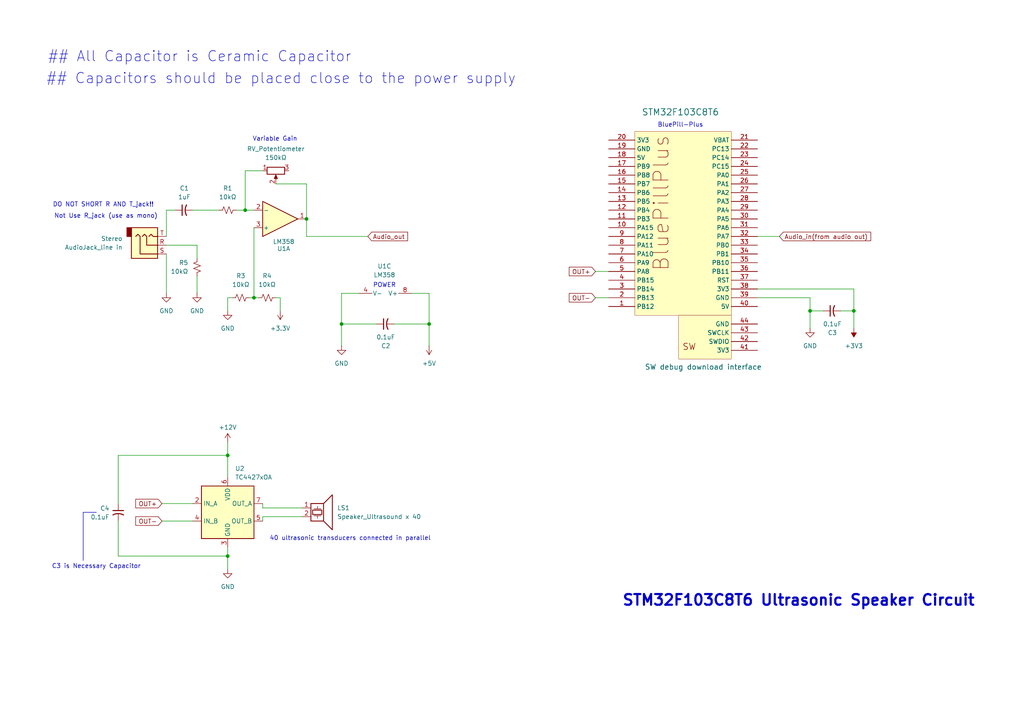
<source format=kicad_sch>
(kicad_sch
	(version 20250114)
	(generator "eeschema")
	(generator_version "9.0")
	(uuid "6760ec7d-a76d-4746-af25-21da871fe551")
	(paper "A4")
	(title_block
		(title "STM32F103C8T6 Ultrasonic Speaker Circuit")
		(date "2025-05-14")
		(rev "3.2")
	)
	(lib_symbols
		(symbol "Amplifier_Operational:LM358"
			(pin_names
				(offset 0.127)
			)
			(exclude_from_sim no)
			(in_bom yes)
			(on_board yes)
			(property "Reference" "U"
				(at 0 5.08 0)
				(effects
					(font
						(size 1.27 1.27)
					)
					(justify left)
				)
			)
			(property "Value" "LM358"
				(at 0 -5.08 0)
				(effects
					(font
						(size 1.27 1.27)
					)
					(justify left)
				)
			)
			(property "Footprint" ""
				(at 0 0 0)
				(effects
					(font
						(size 1.27 1.27)
					)
					(hide yes)
				)
			)
			(property "Datasheet" "http://www.ti.com/lit/ds/symlink/lm2904-n.pdf"
				(at 0 0 0)
				(effects
					(font
						(size 1.27 1.27)
					)
					(hide yes)
				)
			)
			(property "Description" "Low-Power, Dual Operational Amplifiers, DIP-8/SOIC-8/TO-99-8"
				(at 0 0 0)
				(effects
					(font
						(size 1.27 1.27)
					)
					(hide yes)
				)
			)
			(property "ki_locked" ""
				(at 0 0 0)
				(effects
					(font
						(size 1.27 1.27)
					)
				)
			)
			(property "ki_keywords" "dual opamp"
				(at 0 0 0)
				(effects
					(font
						(size 1.27 1.27)
					)
					(hide yes)
				)
			)
			(property "ki_fp_filters" "SOIC*3.9x4.9mm*P1.27mm* DIP*W7.62mm* TO*99* OnSemi*Micro8* TSSOP*3x3mm*P0.65mm* TSSOP*4.4x3mm*P0.65mm* MSOP*3x3mm*P0.65mm* SSOP*3.9x4.9mm*P0.635mm* LFCSP*2x2mm*P0.5mm* *SIP* SOIC*5.3x6.2mm*P1.27mm*"
				(at 0 0 0)
				(effects
					(font
						(size 1.27 1.27)
					)
					(hide yes)
				)
			)
			(symbol "LM358_1_1"
				(polyline
					(pts
						(xy -5.08 5.08) (xy 5.08 0) (xy -5.08 -5.08) (xy -5.08 5.08)
					)
					(stroke
						(width 0.254)
						(type default)
					)
					(fill
						(type background)
					)
				)
				(pin input line
					(at -7.62 2.54 0)
					(length 2.54)
					(name "+"
						(effects
							(font
								(size 1.27 1.27)
							)
						)
					)
					(number "3"
						(effects
							(font
								(size 1.27 1.27)
							)
						)
					)
				)
				(pin input line
					(at -7.62 -2.54 0)
					(length 2.54)
					(name "-"
						(effects
							(font
								(size 1.27 1.27)
							)
						)
					)
					(number "2"
						(effects
							(font
								(size 1.27 1.27)
							)
						)
					)
				)
				(pin output line
					(at 7.62 0 180)
					(length 2.54)
					(name "~"
						(effects
							(font
								(size 1.27 1.27)
							)
						)
					)
					(number "1"
						(effects
							(font
								(size 1.27 1.27)
							)
						)
					)
				)
			)
			(symbol "LM358_2_1"
				(polyline
					(pts
						(xy -5.08 5.08) (xy 5.08 0) (xy -5.08 -5.08) (xy -5.08 5.08)
					)
					(stroke
						(width 0.254)
						(type default)
					)
					(fill
						(type background)
					)
				)
				(pin input line
					(at -7.62 2.54 0)
					(length 2.54)
					(name "+"
						(effects
							(font
								(size 1.27 1.27)
							)
						)
					)
					(number "5"
						(effects
							(font
								(size 1.27 1.27)
							)
						)
					)
				)
				(pin input line
					(at -7.62 -2.54 0)
					(length 2.54)
					(name "-"
						(effects
							(font
								(size 1.27 1.27)
							)
						)
					)
					(number "6"
						(effects
							(font
								(size 1.27 1.27)
							)
						)
					)
				)
				(pin output line
					(at 7.62 0 180)
					(length 2.54)
					(name "~"
						(effects
							(font
								(size 1.27 1.27)
							)
						)
					)
					(number "7"
						(effects
							(font
								(size 1.27 1.27)
							)
						)
					)
				)
			)
			(symbol "LM358_3_1"
				(pin power_in line
					(at -2.54 7.62 270)
					(length 3.81)
					(name "V+"
						(effects
							(font
								(size 1.27 1.27)
							)
						)
					)
					(number "8"
						(effects
							(font
								(size 1.27 1.27)
							)
						)
					)
				)
				(pin power_in line
					(at -2.54 -7.62 90)
					(length 3.81)
					(name "V-"
						(effects
							(font
								(size 1.27 1.27)
							)
						)
					)
					(number "4"
						(effects
							(font
								(size 1.27 1.27)
							)
						)
					)
				)
			)
			(embedded_fonts no)
		)
		(symbol "BluePill-Plus:BluePillPlus"
			(exclude_from_sim no)
			(in_bom yes)
			(on_board yes)
			(property "Reference" ""
				(at -1.27 1.27 0)
				(effects
					(font
						(size 1.8288 1.8288)
					)
				)
			)
			(property "Value" "U?"
				(at -1.27 -3.81 0)
				(effects
					(font
						(size 1.8288 1.8288)
					)
					(justify left bottom)
				)
			)
			(property "Footprint" "BluePillPlus:BluePillPlus"
				(at 0 0 0)
				(effects
					(font
						(size 1.27 1.27)
					)
					(hide yes)
				)
			)
			(property "Datasheet" ""
				(at 0 0 0)
				(effects
					(font
						(size 1.27 1.27)
					)
					(hide yes)
				)
			)
			(property "Description" "BluePillPlus"
				(at 0 0 0)
				(effects
					(font
						(size 1.27 1.27)
					)
					(hide yes)
				)
			)
			(property "ComponentLink1Description" "WeAct Studio"
				(at -18.288 -30.48 0)
				(effects
					(font
						(size 1.8288 1.8288)
					)
					(justify left bottom)
					(hide yes)
				)
			)
			(property "ComponentLink1URL" "WeAct-TC.cn"
				(at -18.288 -30.48 0)
				(effects
					(font
						(size 1.8288 1.8288)
					)
					(justify left bottom)
					(hide yes)
				)
			)
			(property "ComponentLink2Description" "BluePillPlus Github"
				(at -18.288 -30.48 0)
				(effects
					(font
						(size 1.8288 1.8288)
					)
					(justify left bottom)
					(hide yes)
				)
			)
			(property "ComponentLink2URL" "https://github.com/WeActTC/BluePill-Plus"
				(at -18.288 -30.48 0)
				(effects
					(font
						(size 1.8288 1.8288)
					)
					(justify left bottom)
					(hide yes)
				)
			)
			(property "ComponentLink3Description" "BluePillPlus Gitee"
				(at -18.288 -30.48 0)
				(effects
					(font
						(size 1.8288 1.8288)
					)
					(justify left bottom)
					(hide yes)
				)
			)
			(property "ComponentLink3URL" "https://gitee.com/WeAct-TC/BluePill-Plus"
				(at -18.288 -30.48 0)
				(effects
					(font
						(size 1.8288 1.8288)
					)
					(justify left bottom)
					(hide yes)
				)
			)
			(property "ki_fp_filters" "*BluePillPlus*"
				(at 0 0 0)
				(effects
					(font
						(size 1.27 1.27)
					)
					(hide yes)
				)
			)
			(symbol "BluePillPlus_1_0"
				(rectangle
					(start 17.78 25.4)
					(end -10.16 -27.94)
					(stroke
						(width 0.0254)
						(type solid)
						(color 128 0 0 1)
					)
					(fill
						(type background)
					)
				)
				(text "BluePillPlus"
					(at 0 12.7 900)
					(effects
						(font
							(size 4.3688 4.3688)
						)
						(justify right bottom)
					)
				)
				(pin passive line
					(at -17.78 22.86 0)
					(length 7.62)
					(name "PB12"
						(effects
							(font
								(size 1.27 1.27)
							)
						)
					)
					(number "1"
						(effects
							(font
								(size 1.27 1.27)
							)
						)
					)
				)
				(pin passive line
					(at -17.78 20.32 0)
					(length 7.62)
					(name "PB13"
						(effects
							(font
								(size 1.27 1.27)
							)
						)
					)
					(number "2"
						(effects
							(font
								(size 1.27 1.27)
							)
						)
					)
				)
				(pin passive line
					(at -17.78 17.78 0)
					(length 7.62)
					(name "PB14"
						(effects
							(font
								(size 1.27 1.27)
							)
						)
					)
					(number "3"
						(effects
							(font
								(size 1.27 1.27)
							)
						)
					)
				)
				(pin passive line
					(at -17.78 15.24 0)
					(length 7.62)
					(name "PB15"
						(effects
							(font
								(size 1.27 1.27)
							)
						)
					)
					(number "4"
						(effects
							(font
								(size 1.27 1.27)
							)
						)
					)
				)
				(pin passive line
					(at -17.78 12.7 0)
					(length 7.62)
					(name "PA8"
						(effects
							(font
								(size 1.27 1.27)
							)
						)
					)
					(number "5"
						(effects
							(font
								(size 1.27 1.27)
							)
						)
					)
				)
				(pin passive line
					(at -17.78 10.16 0)
					(length 7.62)
					(name "PA9"
						(effects
							(font
								(size 1.27 1.27)
							)
						)
					)
					(number "6"
						(effects
							(font
								(size 1.27 1.27)
							)
						)
					)
				)
				(pin passive line
					(at -17.78 7.62 0)
					(length 7.62)
					(name "PA10"
						(effects
							(font
								(size 1.27 1.27)
							)
						)
					)
					(number "7"
						(effects
							(font
								(size 1.27 1.27)
							)
						)
					)
				)
				(pin passive line
					(at -17.78 5.08 0)
					(length 7.62)
					(name "PA11"
						(effects
							(font
								(size 1.27 1.27)
							)
						)
					)
					(number "8"
						(effects
							(font
								(size 1.27 1.27)
							)
						)
					)
				)
				(pin passive line
					(at -17.78 2.54 0)
					(length 7.62)
					(name "PA12"
						(effects
							(font
								(size 1.27 1.27)
							)
						)
					)
					(number "9"
						(effects
							(font
								(size 1.27 1.27)
							)
						)
					)
				)
				(pin passive line
					(at -17.78 0 0)
					(length 7.62)
					(name "PA15"
						(effects
							(font
								(size 1.27 1.27)
							)
						)
					)
					(number "10"
						(effects
							(font
								(size 1.27 1.27)
							)
						)
					)
				)
				(pin passive line
					(at -17.78 -2.54 0)
					(length 7.62)
					(name "PB3"
						(effects
							(font
								(size 1.27 1.27)
							)
						)
					)
					(number "11"
						(effects
							(font
								(size 1.27 1.27)
							)
						)
					)
				)
				(pin passive line
					(at -17.78 -5.08 0)
					(length 7.62)
					(name "PB4"
						(effects
							(font
								(size 1.27 1.27)
							)
						)
					)
					(number "12"
						(effects
							(font
								(size 1.27 1.27)
							)
						)
					)
				)
				(pin passive line
					(at -17.78 -7.62 0)
					(length 7.62)
					(name "PB5"
						(effects
							(font
								(size 1.27 1.27)
							)
						)
					)
					(number "13"
						(effects
							(font
								(size 1.27 1.27)
							)
						)
					)
				)
				(pin passive line
					(at -17.78 -10.16 0)
					(length 7.62)
					(name "PB6"
						(effects
							(font
								(size 1.27 1.27)
							)
						)
					)
					(number "14"
						(effects
							(font
								(size 1.27 1.27)
							)
						)
					)
				)
				(pin passive line
					(at -17.78 -12.7 0)
					(length 7.62)
					(name "PB7"
						(effects
							(font
								(size 1.27 1.27)
							)
						)
					)
					(number "15"
						(effects
							(font
								(size 1.27 1.27)
							)
						)
					)
				)
				(pin passive line
					(at -17.78 -15.24 0)
					(length 7.62)
					(name "PB8"
						(effects
							(font
								(size 1.27 1.27)
							)
						)
					)
					(number "16"
						(effects
							(font
								(size 1.27 1.27)
							)
						)
					)
				)
				(pin passive line
					(at -17.78 -17.78 0)
					(length 7.62)
					(name "PB9"
						(effects
							(font
								(size 1.27 1.27)
							)
						)
					)
					(number "17"
						(effects
							(font
								(size 1.27 1.27)
							)
						)
					)
				)
				(pin passive line
					(at -17.78 -20.32 0)
					(length 7.62)
					(name "5V"
						(effects
							(font
								(size 1.27 1.27)
							)
						)
					)
					(number "18"
						(effects
							(font
								(size 1.27 1.27)
							)
						)
					)
				)
				(pin passive line
					(at -17.78 -22.86 0)
					(length 7.62)
					(name "GND"
						(effects
							(font
								(size 1.27 1.27)
							)
						)
					)
					(number "19"
						(effects
							(font
								(size 1.27 1.27)
							)
						)
					)
				)
				(pin passive line
					(at -17.78 -25.4 0)
					(length 7.62)
					(name "3V3"
						(effects
							(font
								(size 1.27 1.27)
							)
						)
					)
					(number "20"
						(effects
							(font
								(size 1.27 1.27)
							)
						)
					)
				)
				(pin passive line
					(at 25.4 22.86 180)
					(length 7.62)
					(name "5V"
						(effects
							(font
								(size 1.27 1.27)
							)
						)
					)
					(number "40"
						(effects
							(font
								(size 1.27 1.27)
							)
						)
					)
				)
				(pin passive line
					(at 25.4 20.32 180)
					(length 7.62)
					(name "GND"
						(effects
							(font
								(size 1.27 1.27)
							)
						)
					)
					(number "39"
						(effects
							(font
								(size 1.27 1.27)
							)
						)
					)
				)
				(pin passive line
					(at 25.4 17.78 180)
					(length 7.62)
					(name "3V3"
						(effects
							(font
								(size 1.27 1.27)
							)
						)
					)
					(number "38"
						(effects
							(font
								(size 1.27 1.27)
							)
						)
					)
				)
				(pin passive line
					(at 25.4 15.24 180)
					(length 7.62)
					(name "RST"
						(effects
							(font
								(size 1.27 1.27)
							)
						)
					)
					(number "37"
						(effects
							(font
								(size 1.27 1.27)
							)
						)
					)
				)
				(pin passive line
					(at 25.4 12.7 180)
					(length 7.62)
					(name "PB11"
						(effects
							(font
								(size 1.27 1.27)
							)
						)
					)
					(number "36"
						(effects
							(font
								(size 1.27 1.27)
							)
						)
					)
				)
				(pin passive line
					(at 25.4 10.16 180)
					(length 7.62)
					(name "PB10"
						(effects
							(font
								(size 1.27 1.27)
							)
						)
					)
					(number "35"
						(effects
							(font
								(size 1.27 1.27)
							)
						)
					)
				)
				(pin passive line
					(at 25.4 7.62 180)
					(length 7.62)
					(name "PB1"
						(effects
							(font
								(size 1.27 1.27)
							)
						)
					)
					(number "34"
						(effects
							(font
								(size 1.27 1.27)
							)
						)
					)
				)
				(pin passive line
					(at 25.4 5.08 180)
					(length 7.62)
					(name "PB0"
						(effects
							(font
								(size 1.27 1.27)
							)
						)
					)
					(number "33"
						(effects
							(font
								(size 1.27 1.27)
							)
						)
					)
				)
				(pin passive line
					(at 25.4 2.54 180)
					(length 7.62)
					(name "PA7"
						(effects
							(font
								(size 1.27 1.27)
							)
						)
					)
					(number "32"
						(effects
							(font
								(size 1.27 1.27)
							)
						)
					)
				)
				(pin passive line
					(at 25.4 0 180)
					(length 7.62)
					(name "PA6"
						(effects
							(font
								(size 1.27 1.27)
							)
						)
					)
					(number "31"
						(effects
							(font
								(size 1.27 1.27)
							)
						)
					)
				)
				(pin passive line
					(at 25.4 -2.54 180)
					(length 7.62)
					(name "PA5"
						(effects
							(font
								(size 1.27 1.27)
							)
						)
					)
					(number "30"
						(effects
							(font
								(size 1.27 1.27)
							)
						)
					)
				)
				(pin passive line
					(at 25.4 -5.08 180)
					(length 7.62)
					(name "PA4"
						(effects
							(font
								(size 1.27 1.27)
							)
						)
					)
					(number "29"
						(effects
							(font
								(size 1.27 1.27)
							)
						)
					)
				)
				(pin passive line
					(at 25.4 -7.62 180)
					(length 7.62)
					(name "PA3"
						(effects
							(font
								(size 1.27 1.27)
							)
						)
					)
					(number "28"
						(effects
							(font
								(size 1.27 1.27)
							)
						)
					)
				)
				(pin passive line
					(at 25.4 -10.16 180)
					(length 7.62)
					(name "PA2"
						(effects
							(font
								(size 1.27 1.27)
							)
						)
					)
					(number "27"
						(effects
							(font
								(size 1.27 1.27)
							)
						)
					)
				)
				(pin passive line
					(at 25.4 -12.7 180)
					(length 7.62)
					(name "PA1"
						(effects
							(font
								(size 1.27 1.27)
							)
						)
					)
					(number "26"
						(effects
							(font
								(size 1.27 1.27)
							)
						)
					)
				)
				(pin passive line
					(at 25.4 -15.24 180)
					(length 7.62)
					(name "PA0"
						(effects
							(font
								(size 1.27 1.27)
							)
						)
					)
					(number "25"
						(effects
							(font
								(size 1.27 1.27)
							)
						)
					)
				)
				(pin passive line
					(at 25.4 -17.78 180)
					(length 7.62)
					(name "PC15"
						(effects
							(font
								(size 1.27 1.27)
							)
						)
					)
					(number "24"
						(effects
							(font
								(size 1.27 1.27)
							)
						)
					)
				)
				(pin passive line
					(at 25.4 -20.32 180)
					(length 7.62)
					(name "PC14"
						(effects
							(font
								(size 1.27 1.27)
							)
						)
					)
					(number "23"
						(effects
							(font
								(size 1.27 1.27)
							)
						)
					)
				)
				(pin passive line
					(at 25.4 -22.86 180)
					(length 7.62)
					(name "PC13"
						(effects
							(font
								(size 1.27 1.27)
							)
						)
					)
					(number "22"
						(effects
							(font
								(size 1.27 1.27)
							)
						)
					)
				)
				(pin passive line
					(at 25.4 -25.4 180)
					(length 7.62)
					(name "VBAT"
						(effects
							(font
								(size 1.27 1.27)
							)
						)
					)
					(number "21"
						(effects
							(font
								(size 1.27 1.27)
							)
						)
					)
				)
			)
			(symbol "BluePillPlus_2_0"
				(rectangle
					(start 10.16 5.08)
					(end -5.08 -7.62)
					(stroke
						(width 0.0254)
						(type solid)
						(color 128 0 0 1)
					)
					(fill
						(type background)
					)
				)
				(text "SW"
					(at 5.08 -5.08 0)
					(effects
						(font
							(size 1.8288 1.8288)
						)
						(justify left bottom)
					)
				)
				(pin passive line
					(at -12.7 2.54 0)
					(length 7.62)
					(name "GND"
						(effects
							(font
								(size 1.27 1.27)
							)
						)
					)
					(number "44"
						(effects
							(font
								(size 1.27 1.27)
							)
						)
					)
				)
				(pin passive line
					(at -12.7 0 0)
					(length 7.62)
					(name "SWCLK"
						(effects
							(font
								(size 1.27 1.27)
							)
						)
					)
					(number "43"
						(effects
							(font
								(size 1.27 1.27)
							)
						)
					)
				)
				(pin passive line
					(at -12.7 -2.54 0)
					(length 7.62)
					(name "SWDIO"
						(effects
							(font
								(size 1.27 1.27)
							)
						)
					)
					(number "42"
						(effects
							(font
								(size 1.27 1.27)
							)
						)
					)
				)
				(pin passive line
					(at -12.7 -5.08 0)
					(length 7.62)
					(name "3V3"
						(effects
							(font
								(size 1.27 1.27)
							)
						)
					)
					(number "41"
						(effects
							(font
								(size 1.27 1.27)
							)
						)
					)
				)
			)
			(embedded_fonts no)
		)
		(symbol "Connector_Audio:AudioJack3"
			(exclude_from_sim no)
			(in_bom yes)
			(on_board yes)
			(property "Reference" "J"
				(at 0 8.89 0)
				(effects
					(font
						(size 1.27 1.27)
					)
				)
			)
			(property "Value" "AudioJack3"
				(at 0 6.35 0)
				(effects
					(font
						(size 1.27 1.27)
					)
				)
			)
			(property "Footprint" ""
				(at 0 0 0)
				(effects
					(font
						(size 1.27 1.27)
					)
					(hide yes)
				)
			)
			(property "Datasheet" "~"
				(at 0 0 0)
				(effects
					(font
						(size 1.27 1.27)
					)
					(hide yes)
				)
			)
			(property "Description" "Audio Jack, 3 Poles (Stereo / TRS)"
				(at 0 0 0)
				(effects
					(font
						(size 1.27 1.27)
					)
					(hide yes)
				)
			)
			(property "ki_keywords" "audio jack receptacle stereo headphones phones TRS connector"
				(at 0 0 0)
				(effects
					(font
						(size 1.27 1.27)
					)
					(hide yes)
				)
			)
			(property "ki_fp_filters" "Jack*"
				(at 0 0 0)
				(effects
					(font
						(size 1.27 1.27)
					)
					(hide yes)
				)
			)
			(symbol "AudioJack3_0_1"
				(rectangle
					(start -5.08 -5.08)
					(end -6.35 -2.54)
					(stroke
						(width 0.254)
						(type default)
					)
					(fill
						(type outline)
					)
				)
				(polyline
					(pts
						(xy -1.905 -2.54) (xy -1.27 -3.175) (xy -0.635 -2.54) (xy -0.635 0) (xy 2.54 0)
					)
					(stroke
						(width 0.254)
						(type default)
					)
					(fill
						(type none)
					)
				)
				(polyline
					(pts
						(xy 0 -2.54) (xy 0.635 -3.175) (xy 1.27 -2.54) (xy 2.54 -2.54)
					)
					(stroke
						(width 0.254)
						(type default)
					)
					(fill
						(type none)
					)
				)
				(rectangle
					(start 2.54 3.81)
					(end -5.08 -5.08)
					(stroke
						(width 0.254)
						(type default)
					)
					(fill
						(type background)
					)
				)
				(polyline
					(pts
						(xy 2.54 2.54) (xy -2.54 2.54) (xy -2.54 -2.54) (xy -3.175 -3.175) (xy -3.81 -2.54)
					)
					(stroke
						(width 0.254)
						(type default)
					)
					(fill
						(type none)
					)
				)
			)
			(symbol "AudioJack3_1_1"
				(pin passive line
					(at 5.08 2.54 180)
					(length 2.54)
					(name "~"
						(effects
							(font
								(size 1.27 1.27)
							)
						)
					)
					(number "S"
						(effects
							(font
								(size 1.27 1.27)
							)
						)
					)
				)
				(pin passive line
					(at 5.08 0 180)
					(length 2.54)
					(name "~"
						(effects
							(font
								(size 1.27 1.27)
							)
						)
					)
					(number "R"
						(effects
							(font
								(size 1.27 1.27)
							)
						)
					)
				)
				(pin passive line
					(at 5.08 -2.54 180)
					(length 2.54)
					(name "~"
						(effects
							(font
								(size 1.27 1.27)
							)
						)
					)
					(number "T"
						(effects
							(font
								(size 1.27 1.27)
							)
						)
					)
				)
			)
			(embedded_fonts no)
		)
		(symbol "Device:C_Small_US"
			(pin_numbers
				(hide yes)
			)
			(pin_names
				(offset 0.254)
				(hide yes)
			)
			(exclude_from_sim no)
			(in_bom yes)
			(on_board yes)
			(property "Reference" "C"
				(at 0.254 1.778 0)
				(effects
					(font
						(size 1.27 1.27)
					)
					(justify left)
				)
			)
			(property "Value" "C_Small_US"
				(at 0.254 -2.032 0)
				(effects
					(font
						(size 1.27 1.27)
					)
					(justify left)
				)
			)
			(property "Footprint" ""
				(at 0 0 0)
				(effects
					(font
						(size 1.27 1.27)
					)
					(hide yes)
				)
			)
			(property "Datasheet" ""
				(at 0 0 0)
				(effects
					(font
						(size 1.27 1.27)
					)
					(hide yes)
				)
			)
			(property "Description" "capacitor, small US symbol"
				(at 0 0 0)
				(effects
					(font
						(size 1.27 1.27)
					)
					(hide yes)
				)
			)
			(property "ki_keywords" "cap capacitor"
				(at 0 0 0)
				(effects
					(font
						(size 1.27 1.27)
					)
					(hide yes)
				)
			)
			(property "ki_fp_filters" "C_*"
				(at 0 0 0)
				(effects
					(font
						(size 1.27 1.27)
					)
					(hide yes)
				)
			)
			(symbol "C_Small_US_0_1"
				(polyline
					(pts
						(xy -1.524 0.508) (xy 1.524 0.508)
					)
					(stroke
						(width 0.3048)
						(type default)
					)
					(fill
						(type none)
					)
				)
				(arc
					(start -1.524 -0.762)
					(mid 0 -0.3734)
					(end 1.524 -0.762)
					(stroke
						(width 0.3048)
						(type default)
					)
					(fill
						(type none)
					)
				)
			)
			(symbol "C_Small_US_1_1"
				(pin passive line
					(at 0 2.54 270)
					(length 2.032)
					(name "~"
						(effects
							(font
								(size 1.27 1.27)
							)
						)
					)
					(number "1"
						(effects
							(font
								(size 1.27 1.27)
							)
						)
					)
				)
				(pin passive line
					(at 0 -2.54 90)
					(length 2.032)
					(name "~"
						(effects
							(font
								(size 1.27 1.27)
							)
						)
					)
					(number "2"
						(effects
							(font
								(size 1.27 1.27)
							)
						)
					)
				)
			)
			(embedded_fonts no)
		)
		(symbol "Device:R_Potentiometer"
			(pin_names
				(offset 1.016)
				(hide yes)
			)
			(exclude_from_sim no)
			(in_bom yes)
			(on_board yes)
			(property "Reference" "RV"
				(at -4.445 0 90)
				(effects
					(font
						(size 1.27 1.27)
					)
				)
			)
			(property "Value" "R_Potentiometer"
				(at -2.54 0 90)
				(effects
					(font
						(size 1.27 1.27)
					)
				)
			)
			(property "Footprint" ""
				(at 0 0 0)
				(effects
					(font
						(size 1.27 1.27)
					)
					(hide yes)
				)
			)
			(property "Datasheet" "~"
				(at 0 0 0)
				(effects
					(font
						(size 1.27 1.27)
					)
					(hide yes)
				)
			)
			(property "Description" "Potentiometer"
				(at 0 0 0)
				(effects
					(font
						(size 1.27 1.27)
					)
					(hide yes)
				)
			)
			(property "ki_keywords" "resistor variable"
				(at 0 0 0)
				(effects
					(font
						(size 1.27 1.27)
					)
					(hide yes)
				)
			)
			(property "ki_fp_filters" "Potentiometer*"
				(at 0 0 0)
				(effects
					(font
						(size 1.27 1.27)
					)
					(hide yes)
				)
			)
			(symbol "R_Potentiometer_0_1"
				(rectangle
					(start 1.016 2.54)
					(end -1.016 -2.54)
					(stroke
						(width 0.254)
						(type default)
					)
					(fill
						(type none)
					)
				)
				(polyline
					(pts
						(xy 1.143 0) (xy 2.286 0.508) (xy 2.286 -0.508) (xy 1.143 0)
					)
					(stroke
						(width 0)
						(type default)
					)
					(fill
						(type outline)
					)
				)
				(polyline
					(pts
						(xy 2.54 0) (xy 1.524 0)
					)
					(stroke
						(width 0)
						(type default)
					)
					(fill
						(type none)
					)
				)
			)
			(symbol "R_Potentiometer_1_1"
				(pin passive line
					(at 0 3.81 270)
					(length 1.27)
					(name "1"
						(effects
							(font
								(size 1.27 1.27)
							)
						)
					)
					(number "1"
						(effects
							(font
								(size 1.27 1.27)
							)
						)
					)
				)
				(pin passive line
					(at 0 -3.81 90)
					(length 1.27)
					(name "3"
						(effects
							(font
								(size 1.27 1.27)
							)
						)
					)
					(number "3"
						(effects
							(font
								(size 1.27 1.27)
							)
						)
					)
				)
				(pin passive line
					(at 3.81 0 180)
					(length 1.27)
					(name "2"
						(effects
							(font
								(size 1.27 1.27)
							)
						)
					)
					(number "2"
						(effects
							(font
								(size 1.27 1.27)
							)
						)
					)
				)
			)
			(embedded_fonts no)
		)
		(symbol "Device:R_Small_US"
			(pin_numbers
				(hide yes)
			)
			(pin_names
				(offset 0.254)
				(hide yes)
			)
			(exclude_from_sim no)
			(in_bom yes)
			(on_board yes)
			(property "Reference" "R"
				(at 0.762 0.508 0)
				(effects
					(font
						(size 1.27 1.27)
					)
					(justify left)
				)
			)
			(property "Value" "R_Small_US"
				(at 0.762 -1.016 0)
				(effects
					(font
						(size 1.27 1.27)
					)
					(justify left)
				)
			)
			(property "Footprint" ""
				(at 0 0 0)
				(effects
					(font
						(size 1.27 1.27)
					)
					(hide yes)
				)
			)
			(property "Datasheet" "~"
				(at 0 0 0)
				(effects
					(font
						(size 1.27 1.27)
					)
					(hide yes)
				)
			)
			(property "Description" "Resistor, small US symbol"
				(at 0 0 0)
				(effects
					(font
						(size 1.27 1.27)
					)
					(hide yes)
				)
			)
			(property "ki_keywords" "r resistor"
				(at 0 0 0)
				(effects
					(font
						(size 1.27 1.27)
					)
					(hide yes)
				)
			)
			(property "ki_fp_filters" "R_*"
				(at 0 0 0)
				(effects
					(font
						(size 1.27 1.27)
					)
					(hide yes)
				)
			)
			(symbol "R_Small_US_1_1"
				(polyline
					(pts
						(xy 0 1.524) (xy 1.016 1.143) (xy 0 0.762) (xy -1.016 0.381) (xy 0 0)
					)
					(stroke
						(width 0)
						(type default)
					)
					(fill
						(type none)
					)
				)
				(polyline
					(pts
						(xy 0 0) (xy 1.016 -0.381) (xy 0 -0.762) (xy -1.016 -1.143) (xy 0 -1.524)
					)
					(stroke
						(width 0)
						(type default)
					)
					(fill
						(type none)
					)
				)
				(pin passive line
					(at 0 2.54 270)
					(length 1.016)
					(name "~"
						(effects
							(font
								(size 1.27 1.27)
							)
						)
					)
					(number "1"
						(effects
							(font
								(size 1.27 1.27)
							)
						)
					)
				)
				(pin passive line
					(at 0 -2.54 90)
					(length 1.016)
					(name "~"
						(effects
							(font
								(size 1.27 1.27)
							)
						)
					)
					(number "2"
						(effects
							(font
								(size 1.27 1.27)
							)
						)
					)
				)
			)
			(embedded_fonts no)
		)
		(symbol "Device:Speaker_Ultrasound"
			(pin_names
				(offset 0)
				(hide yes)
			)
			(exclude_from_sim no)
			(in_bom yes)
			(on_board yes)
			(property "Reference" "LS"
				(at 0.635 5.715 0)
				(effects
					(font
						(size 1.27 1.27)
					)
					(justify right)
				)
			)
			(property "Value" "Speaker_Ultrasound"
				(at 0.635 3.81 0)
				(effects
					(font
						(size 1.27 1.27)
					)
					(justify right)
				)
			)
			(property "Footprint" ""
				(at -0.889 -1.27 0)
				(effects
					(font
						(size 1.27 1.27)
					)
					(hide yes)
				)
			)
			(property "Datasheet" "~"
				(at -0.889 -1.27 0)
				(effects
					(font
						(size 1.27 1.27)
					)
					(hide yes)
				)
			)
			(property "Description" "Ultrasonic transducer"
				(at 0 0 0)
				(effects
					(font
						(size 1.27 1.27)
					)
					(hide yes)
				)
			)
			(property "ki_keywords" "crystal speaker ultrasonic transducer"
				(at 0 0 0)
				(effects
					(font
						(size 1.27 1.27)
					)
					(hide yes)
				)
			)
			(symbol "Speaker_Ultrasound_0_0"
				(rectangle
					(start -2.54 1.27)
					(end 1.143 -3.81)
					(stroke
						(width 0.254)
						(type default)
					)
					(fill
						(type none)
					)
				)
				(rectangle
					(start -2.032 -0.635)
					(end 0.635 -1.905)
					(stroke
						(width 0.254)
						(type default)
					)
					(fill
						(type none)
					)
				)
				(polyline
					(pts
						(xy -1.651 -0.254) (xy 0.381 -0.254)
					)
					(stroke
						(width 0)
						(type default)
					)
					(fill
						(type none)
					)
				)
				(polyline
					(pts
						(xy -1.651 -2.286) (xy 0.381 -2.286)
					)
					(stroke
						(width 0)
						(type default)
					)
					(fill
						(type none)
					)
				)
				(polyline
					(pts
						(xy -0.635 -0.254) (xy -0.635 0.508)
					)
					(stroke
						(width 0)
						(type default)
					)
					(fill
						(type none)
					)
				)
				(polyline
					(pts
						(xy -0.635 -2.286) (xy -0.635 -3.048)
					)
					(stroke
						(width 0)
						(type default)
					)
					(fill
						(type none)
					)
				)
				(polyline
					(pts
						(xy 1.143 1.27) (xy 3.683 3.81) (xy 3.683 -6.35) (xy 1.143 -3.81)
					)
					(stroke
						(width 0.254)
						(type default)
					)
					(fill
						(type none)
					)
				)
			)
			(symbol "Speaker_Ultrasound_1_1"
				(pin input line
					(at -5.08 0 0)
					(length 2.54)
					(name "1"
						(effects
							(font
								(size 1.27 1.27)
							)
						)
					)
					(number "1"
						(effects
							(font
								(size 1.27 1.27)
							)
						)
					)
				)
				(pin input line
					(at -5.08 -2.54 0)
					(length 2.54)
					(name "2"
						(effects
							(font
								(size 1.27 1.27)
							)
						)
					)
					(number "2"
						(effects
							(font
								(size 1.27 1.27)
							)
						)
					)
				)
			)
			(embedded_fonts no)
		)
		(symbol "Driver_FET:TC4427xOA"
			(exclude_from_sim no)
			(in_bom yes)
			(on_board yes)
			(property "Reference" "U"
				(at -7.62 8.89 0)
				(effects
					(font
						(size 1.27 1.27)
					)
					(justify left)
				)
			)
			(property "Value" "TC4427xOA"
				(at 1.27 8.89 0)
				(effects
					(font
						(size 1.27 1.27)
					)
					(justify left)
				)
			)
			(property "Footprint" "Package_SO:SOIC-8_3.9x4.9mm_P1.27mm"
				(at 0.508 -15.24 0)
				(effects
					(font
						(size 1.27 1.27)
					)
					(hide yes)
				)
			)
			(property "Datasheet" "https://ww1.microchip.com/downloads/en/DeviceDoc/20001422G.pdf"
				(at 0.508 -13.208 0)
				(effects
					(font
						(size 1.27 1.27)
					)
					(hide yes)
				)
			)
			(property "Description" "1.5A Dual High-Speed Power MOSFET Drivers, 4.5...18V supply, TTL/CMOS compatible inputs, non-inverting drivers, SOIC-8"
				(at 0 -11.176 0)
				(effects
					(font
						(size 1.27 1.27)
					)
					(hide yes)
				)
			)
			(property "ki_keywords" "ESD push-pull"
				(at 0 0 0)
				(effects
					(font
						(size 1.27 1.27)
					)
					(hide yes)
				)
			)
			(property "ki_fp_filters" "*SO*3.9*4.*P1.27mm*"
				(at 0 0 0)
				(effects
					(font
						(size 1.27 1.27)
					)
					(hide yes)
				)
			)
			(symbol "TC4427xOA_0_1"
				(rectangle
					(start -7.62 -7.62)
					(end 7.62 7.62)
					(stroke
						(width 0.254)
						(type default)
					)
					(fill
						(type background)
					)
				)
			)
			(symbol "TC4427xOA_1_1"
				(pin input line
					(at -10.16 2.54 0)
					(length 2.54)
					(name "IN_A"
						(effects
							(font
								(size 1.27 1.27)
							)
						)
					)
					(number "2"
						(effects
							(font
								(size 1.27 1.27)
							)
						)
					)
				)
				(pin input line
					(at -10.16 -2.54 0)
					(length 2.54)
					(name "IN_B"
						(effects
							(font
								(size 1.27 1.27)
							)
						)
					)
					(number "4"
						(effects
							(font
								(size 1.27 1.27)
							)
						)
					)
				)
				(pin no_connect line
					(at -7.62 0 0)
					(length 2.54)
					(hide yes)
					(name "NC"
						(effects
							(font
								(size 1.27 1.27)
							)
						)
					)
					(number "1"
						(effects
							(font
								(size 1.27 1.27)
							)
						)
					)
				)
				(pin power_in line
					(at 0 10.16 270)
					(length 2.54)
					(name "VDD"
						(effects
							(font
								(size 1.27 1.27)
							)
						)
					)
					(number "6"
						(effects
							(font
								(size 1.27 1.27)
							)
						)
					)
				)
				(pin power_in line
					(at 0 -10.16 90)
					(length 2.54)
					(name "GND"
						(effects
							(font
								(size 1.27 1.27)
							)
						)
					)
					(number "3"
						(effects
							(font
								(size 1.27 1.27)
							)
						)
					)
				)
				(pin no_connect line
					(at 7.62 0 180)
					(length 2.54)
					(hide yes)
					(name "NC"
						(effects
							(font
								(size 1.27 1.27)
							)
						)
					)
					(number "8"
						(effects
							(font
								(size 1.27 1.27)
							)
						)
					)
				)
				(pin output line
					(at 10.16 2.54 180)
					(length 2.54)
					(name "OUT_A"
						(effects
							(font
								(size 1.27 1.27)
							)
						)
					)
					(number "7"
						(effects
							(font
								(size 1.27 1.27)
							)
						)
					)
				)
				(pin output line
					(at 10.16 -2.54 180)
					(length 2.54)
					(name "OUT_B"
						(effects
							(font
								(size 1.27 1.27)
							)
						)
					)
					(number "5"
						(effects
							(font
								(size 1.27 1.27)
							)
						)
					)
				)
			)
			(embedded_fonts no)
		)
		(symbol "power:+12V"
			(power)
			(pin_numbers
				(hide yes)
			)
			(pin_names
				(offset 0)
				(hide yes)
			)
			(exclude_from_sim no)
			(in_bom yes)
			(on_board yes)
			(property "Reference" "#PWR"
				(at 0 -3.81 0)
				(effects
					(font
						(size 1.27 1.27)
					)
					(hide yes)
				)
			)
			(property "Value" "+12V"
				(at 0 3.556 0)
				(effects
					(font
						(size 1.27 1.27)
					)
				)
			)
			(property "Footprint" ""
				(at 0 0 0)
				(effects
					(font
						(size 1.27 1.27)
					)
					(hide yes)
				)
			)
			(property "Datasheet" ""
				(at 0 0 0)
				(effects
					(font
						(size 1.27 1.27)
					)
					(hide yes)
				)
			)
			(property "Description" "Power symbol creates a global label with name \"+12V\""
				(at 0 0 0)
				(effects
					(font
						(size 1.27 1.27)
					)
					(hide yes)
				)
			)
			(property "ki_keywords" "global power"
				(at 0 0 0)
				(effects
					(font
						(size 1.27 1.27)
					)
					(hide yes)
				)
			)
			(symbol "+12V_0_1"
				(polyline
					(pts
						(xy -0.762 1.27) (xy 0 2.54)
					)
					(stroke
						(width 0)
						(type default)
					)
					(fill
						(type none)
					)
				)
				(polyline
					(pts
						(xy 0 2.54) (xy 0.762 1.27)
					)
					(stroke
						(width 0)
						(type default)
					)
					(fill
						(type none)
					)
				)
				(polyline
					(pts
						(xy 0 0) (xy 0 2.54)
					)
					(stroke
						(width 0)
						(type default)
					)
					(fill
						(type none)
					)
				)
			)
			(symbol "+12V_1_1"
				(pin power_in line
					(at 0 0 90)
					(length 0)
					(name "~"
						(effects
							(font
								(size 1.27 1.27)
							)
						)
					)
					(number "1"
						(effects
							(font
								(size 1.27 1.27)
							)
						)
					)
				)
			)
			(embedded_fonts no)
		)
		(symbol "power:+3.3V"
			(power)
			(pin_numbers
				(hide yes)
			)
			(pin_names
				(offset 0)
				(hide yes)
			)
			(exclude_from_sim no)
			(in_bom yes)
			(on_board yes)
			(property "Reference" "#PWR"
				(at 0 -3.81 0)
				(effects
					(font
						(size 1.27 1.27)
					)
					(hide yes)
				)
			)
			(property "Value" "+3.3V"
				(at 0 3.556 0)
				(effects
					(font
						(size 1.27 1.27)
					)
				)
			)
			(property "Footprint" ""
				(at 0 0 0)
				(effects
					(font
						(size 1.27 1.27)
					)
					(hide yes)
				)
			)
			(property "Datasheet" ""
				(at 0 0 0)
				(effects
					(font
						(size 1.27 1.27)
					)
					(hide yes)
				)
			)
			(property "Description" "Power symbol creates a global label with name \"+3.3V\""
				(at 0 0 0)
				(effects
					(font
						(size 1.27 1.27)
					)
					(hide yes)
				)
			)
			(property "ki_keywords" "global power"
				(at 0 0 0)
				(effects
					(font
						(size 1.27 1.27)
					)
					(hide yes)
				)
			)
			(symbol "+3.3V_0_1"
				(polyline
					(pts
						(xy -0.762 1.27) (xy 0 2.54)
					)
					(stroke
						(width 0)
						(type default)
					)
					(fill
						(type none)
					)
				)
				(polyline
					(pts
						(xy 0 2.54) (xy 0.762 1.27)
					)
					(stroke
						(width 0)
						(type default)
					)
					(fill
						(type none)
					)
				)
				(polyline
					(pts
						(xy 0 0) (xy 0 2.54)
					)
					(stroke
						(width 0)
						(type default)
					)
					(fill
						(type none)
					)
				)
			)
			(symbol "+3.3V_1_1"
				(pin power_in line
					(at 0 0 90)
					(length 0)
					(name "~"
						(effects
							(font
								(size 1.27 1.27)
							)
						)
					)
					(number "1"
						(effects
							(font
								(size 1.27 1.27)
							)
						)
					)
				)
			)
			(embedded_fonts no)
		)
		(symbol "power:+5V"
			(power)
			(pin_numbers
				(hide yes)
			)
			(pin_names
				(offset 0)
				(hide yes)
			)
			(exclude_from_sim no)
			(in_bom yes)
			(on_board yes)
			(property "Reference" "#PWR"
				(at 0 -3.81 0)
				(effects
					(font
						(size 1.27 1.27)
					)
					(hide yes)
				)
			)
			(property "Value" "+5V"
				(at 0 3.556 0)
				(effects
					(font
						(size 1.27 1.27)
					)
				)
			)
			(property "Footprint" ""
				(at 0 0 0)
				(effects
					(font
						(size 1.27 1.27)
					)
					(hide yes)
				)
			)
			(property "Datasheet" ""
				(at 0 0 0)
				(effects
					(font
						(size 1.27 1.27)
					)
					(hide yes)
				)
			)
			(property "Description" "Power symbol creates a global label with name \"+5V\""
				(at 0 0 0)
				(effects
					(font
						(size 1.27 1.27)
					)
					(hide yes)
				)
			)
			(property "ki_keywords" "global power"
				(at 0 0 0)
				(effects
					(font
						(size 1.27 1.27)
					)
					(hide yes)
				)
			)
			(symbol "+5V_0_1"
				(polyline
					(pts
						(xy -0.762 1.27) (xy 0 2.54)
					)
					(stroke
						(width 0)
						(type default)
					)
					(fill
						(type none)
					)
				)
				(polyline
					(pts
						(xy 0 2.54) (xy 0.762 1.27)
					)
					(stroke
						(width 0)
						(type default)
					)
					(fill
						(type none)
					)
				)
				(polyline
					(pts
						(xy 0 0) (xy 0 2.54)
					)
					(stroke
						(width 0)
						(type default)
					)
					(fill
						(type none)
					)
				)
			)
			(symbol "+5V_1_1"
				(pin power_in line
					(at 0 0 90)
					(length 0)
					(name "~"
						(effects
							(font
								(size 1.27 1.27)
							)
						)
					)
					(number "1"
						(effects
							(font
								(size 1.27 1.27)
							)
						)
					)
				)
			)
			(embedded_fonts no)
		)
		(symbol "power:-3V3"
			(power)
			(pin_numbers
				(hide yes)
			)
			(pin_names
				(offset 0)
				(hide yes)
			)
			(exclude_from_sim no)
			(in_bom yes)
			(on_board yes)
			(property "Reference" "#PWR"
				(at 0 -3.81 0)
				(effects
					(font
						(size 1.27 1.27)
					)
					(hide yes)
				)
			)
			(property "Value" "-3V3"
				(at 0 3.556 0)
				(effects
					(font
						(size 1.27 1.27)
					)
				)
			)
			(property "Footprint" ""
				(at 0 0 0)
				(effects
					(font
						(size 1.27 1.27)
					)
					(hide yes)
				)
			)
			(property "Datasheet" ""
				(at 0 0 0)
				(effects
					(font
						(size 1.27 1.27)
					)
					(hide yes)
				)
			)
			(property "Description" "Power symbol creates a global label with name \"-3V3\""
				(at 0 0 0)
				(effects
					(font
						(size 1.27 1.27)
					)
					(hide yes)
				)
			)
			(property "ki_keywords" "global power"
				(at 0 0 0)
				(effects
					(font
						(size 1.27 1.27)
					)
					(hide yes)
				)
			)
			(symbol "-3V3_0_0"
				(pin power_in line
					(at 0 0 90)
					(length 0)
					(name "~"
						(effects
							(font
								(size 1.27 1.27)
							)
						)
					)
					(number "1"
						(effects
							(font
								(size 1.27 1.27)
							)
						)
					)
				)
			)
			(symbol "-3V3_0_1"
				(polyline
					(pts
						(xy 0 0) (xy 0 1.27) (xy 0.762 1.27) (xy 0 2.54) (xy -0.762 1.27) (xy 0 1.27)
					)
					(stroke
						(width 0)
						(type default)
					)
					(fill
						(type outline)
					)
				)
			)
			(embedded_fonts no)
		)
		(symbol "power:GND"
			(power)
			(pin_numbers
				(hide yes)
			)
			(pin_names
				(offset 0)
				(hide yes)
			)
			(exclude_from_sim no)
			(in_bom yes)
			(on_board yes)
			(property "Reference" "#PWR"
				(at 0 -6.35 0)
				(effects
					(font
						(size 1.27 1.27)
					)
					(hide yes)
				)
			)
			(property "Value" "GND"
				(at 0 -3.81 0)
				(effects
					(font
						(size 1.27 1.27)
					)
				)
			)
			(property "Footprint" ""
				(at 0 0 0)
				(effects
					(font
						(size 1.27 1.27)
					)
					(hide yes)
				)
			)
			(property "Datasheet" ""
				(at 0 0 0)
				(effects
					(font
						(size 1.27 1.27)
					)
					(hide yes)
				)
			)
			(property "Description" "Power symbol creates a global label with name \"GND\" , ground"
				(at 0 0 0)
				(effects
					(font
						(size 1.27 1.27)
					)
					(hide yes)
				)
			)
			(property "ki_keywords" "global power"
				(at 0 0 0)
				(effects
					(font
						(size 1.27 1.27)
					)
					(hide yes)
				)
			)
			(symbol "GND_0_1"
				(polyline
					(pts
						(xy 0 0) (xy 0 -1.27) (xy 1.27 -1.27) (xy 0 -2.54) (xy -1.27 -1.27) (xy 0 -1.27)
					)
					(stroke
						(width 0)
						(type default)
					)
					(fill
						(type none)
					)
				)
			)
			(symbol "GND_1_1"
				(pin power_in line
					(at 0 0 270)
					(length 0)
					(name "~"
						(effects
							(font
								(size 1.27 1.27)
							)
						)
					)
					(number "1"
						(effects
							(font
								(size 1.27 1.27)
							)
						)
					)
				)
			)
			(embedded_fonts no)
		)
	)
	(text "DO NOT SHORT R AND T_jack!!\n"
		(exclude_from_sim no)
		(at 29.972 59.436 0)
		(effects
			(font
				(size 1.27 1.27)
			)
		)
		(uuid "1524e2b5-d7f7-49ba-a1e6-e676650db799")
	)
	(text "## All Capacitor is Ceramic Capacitor"
		(exclude_from_sim no)
		(at 57.912 16.51 0)
		(effects
			(font
				(size 3 3)
			)
		)
		(uuid "246eb04e-0bef-4bf3-9974-79733954dde7")
	)
	(text "40 ultrasonic transducers connected in parallel"
		(exclude_from_sim no)
		(at 101.6 156.21 0)
		(effects
			(font
				(size 1.27 1.27)
			)
		)
		(uuid "366cf979-8fcc-40e2-9480-0650bfa6da1b")
	)
	(text "C3 is Necessary Capacitor"
		(exclude_from_sim no)
		(at 27.94 164.338 0)
		(effects
			(font
				(size 1.27 1.27)
			)
		)
		(uuid "38c637c4-c96b-43f8-bf23-27309a098344")
	)
	(text "## Capacitors should be placed close to the power supply"
		(exclude_from_sim no)
		(at 81.534 22.86 0)
		(effects
			(font
				(size 3 3)
			)
		)
		(uuid "6f55dfb1-1830-4de9-9f96-a68edc02abdc")
	)
	(text "BluePill-Plus"
		(exclude_from_sim no)
		(at 197.358 36.322 0)
		(effects
			(font
				(size 1.27 1.27)
			)
		)
		(uuid "97a15aa8-9e4e-4f13-a980-b8976bf4ff9f")
	)
	(text "STM32F103C8T6 Ultrasonic Speaker Circuit"
		(exclude_from_sim no)
		(at 231.648 174.244 0)
		(effects
			(font
				(size 3.1 3.1)
				(thickness 0.62)
				(bold yes)
			)
		)
		(uuid "aa7e5680-629b-42ed-ab25-4fb9f64a6caf")
	)
	(text "Variable Gain"
		(exclude_from_sim no)
		(at 79.756 40.386 0)
		(effects
			(font
				(size 1.27 1.27)
			)
		)
		(uuid "c6873624-f622-44c1-94c1-c5e755ee0140")
	)
	(text "POWER"
		(exclude_from_sim no)
		(at 111.506 82.804 0)
		(effects
			(font
				(size 1.27 1.27)
			)
		)
		(uuid "dab47141-9417-46c4-9def-f530c1ae72b1")
	)
	(text "Not Use R_jack (use as mono)"
		(exclude_from_sim no)
		(at 30.734 62.738 0)
		(effects
			(font
				(size 1.27 1.27)
			)
		)
		(uuid "e6ec847b-95cd-4cf8-bc11-b685ad5d8b41")
	)
	(junction
		(at 71.12 60.96)
		(diameter 0)
		(color 0 0 0 0)
		(uuid "967b0919-c9a8-413a-8068-564a6c2473ab")
	)
	(junction
		(at 73.66 86.36)
		(diameter 0)
		(color 0 0 0 0)
		(uuid "a5e9f1b1-ee81-44f9-8370-808b8360fea2")
	)
	(junction
		(at 234.95 90.17)
		(diameter 0)
		(color 0 0 0 0)
		(uuid "a7d17753-2d91-4f04-919b-7e7e371b206b")
	)
	(junction
		(at 66.04 132.08)
		(diameter 0)
		(color 0 0 0 0)
		(uuid "ab069c78-6319-4eba-b822-ab98b183f33a")
	)
	(junction
		(at 88.9 63.5)
		(diameter 0)
		(color 0 0 0 0)
		(uuid "b1469a99-6be0-44b9-93c1-4c518ace1ef3")
	)
	(junction
		(at 124.46 93.98)
		(diameter 0)
		(color 0 0 0 0)
		(uuid "b6689e34-38af-464a-9392-d770a3c6eb05")
	)
	(junction
		(at 99.06 93.98)
		(diameter 0)
		(color 0 0 0 0)
		(uuid "c45b7892-d0cc-4614-961c-0331bd6698c9")
	)
	(junction
		(at 66.04 161.29)
		(diameter 0)
		(color 0 0 0 0)
		(uuid "cf64dd7b-9eaf-4ed3-bf87-4ec94b85b098")
	)
	(junction
		(at 247.65 90.17)
		(diameter 0)
		(color 0 0 0 0)
		(uuid "fa61beb8-0ad3-4816-84f4-2737feeb099d")
	)
	(wire
		(pts
			(xy 81.28 86.36) (xy 81.28 90.17)
		)
		(stroke
			(width 0)
			(type default)
		)
		(uuid "02778904-1018-4065-8bae-cb6b14a89be8")
	)
	(wire
		(pts
			(xy 34.29 161.29) (xy 66.04 161.29)
		)
		(stroke
			(width 0)
			(type default)
		)
		(uuid "0431e002-b6e4-4a95-a3c8-894840384c9d")
	)
	(wire
		(pts
			(xy 66.04 161.29) (xy 66.04 165.1)
		)
		(stroke
			(width 0)
			(type default)
		)
		(uuid "068d1d68-aa68-4015-8010-494a05b24800")
	)
	(wire
		(pts
			(xy 234.95 90.17) (xy 238.76 90.17)
		)
		(stroke
			(width 0)
			(type default)
		)
		(uuid "12806237-b2f4-437c-b37a-3e3df4322c5f")
	)
	(wire
		(pts
			(xy 99.06 93.98) (xy 109.22 93.98)
		)
		(stroke
			(width 0)
			(type default)
		)
		(uuid "18465803-2e6a-416a-92f0-cb3341768dda")
	)
	(polyline
		(pts
			(xy 24.13 148.59) (xy 24.13 162.56)
		)
		(stroke
			(width 0)
			(type default)
		)
		(uuid "1a766eda-dd90-4860-8468-db3626072866")
	)
	(wire
		(pts
			(xy 172.72 86.36) (xy 176.53 86.36)
		)
		(stroke
			(width 0)
			(type default)
		)
		(uuid "1bb774fd-5f68-42d2-95ae-cbd8863e0e82")
	)
	(wire
		(pts
			(xy 66.04 158.75) (xy 66.04 161.29)
		)
		(stroke
			(width 0)
			(type default)
		)
		(uuid "1fff8403-1c03-49a3-afde-74028701b90f")
	)
	(wire
		(pts
			(xy 67.31 86.36) (xy 66.04 86.36)
		)
		(stroke
			(width 0)
			(type default)
		)
		(uuid "37f8e3f2-29c8-4c31-a6e8-f2690807106c")
	)
	(wire
		(pts
			(xy 73.66 86.36) (xy 74.93 86.36)
		)
		(stroke
			(width 0)
			(type default)
		)
		(uuid "3dd7942a-00ab-4265-88bf-7cb0aceee9c2")
	)
	(wire
		(pts
			(xy 55.88 60.96) (xy 63.5 60.96)
		)
		(stroke
			(width 0)
			(type default)
		)
		(uuid "3ee58697-75f4-466f-83ba-608149578710")
	)
	(wire
		(pts
			(xy 71.12 60.96) (xy 73.66 60.96)
		)
		(stroke
			(width 0)
			(type default)
		)
		(uuid "426ab849-7527-43f1-a402-3f18eabad7ea")
	)
	(wire
		(pts
			(xy 76.2 49.53) (xy 71.12 49.53)
		)
		(stroke
			(width 0)
			(type default)
		)
		(uuid "4803463b-537e-462b-90dc-24b1bd999c82")
	)
	(wire
		(pts
			(xy 57.15 71.12) (xy 57.15 74.93)
		)
		(stroke
			(width 0)
			(type default)
		)
		(uuid "4c1aeb12-7b05-42af-8702-35ce1fb3970f")
	)
	(wire
		(pts
			(xy 34.29 132.08) (xy 34.29 146.05)
		)
		(stroke
			(width 0)
			(type default)
		)
		(uuid "4d0d5501-0ced-4f91-9193-567fbac28409")
	)
	(wire
		(pts
			(xy 234.95 90.17) (xy 234.95 95.25)
		)
		(stroke
			(width 0)
			(type default)
		)
		(uuid "4fc86db8-f7dc-40a1-a398-ef1fb59f738b")
	)
	(wire
		(pts
			(xy 124.46 85.09) (xy 124.46 93.98)
		)
		(stroke
			(width 0)
			(type default)
		)
		(uuid "567868f8-e336-4785-bf2f-afb1a9248da5")
	)
	(wire
		(pts
			(xy 88.9 53.34) (xy 88.9 63.5)
		)
		(stroke
			(width 0)
			(type default)
		)
		(uuid "56fd24d7-c2e6-4185-90da-43d375ef66d6")
	)
	(wire
		(pts
			(xy 46.99 146.05) (xy 55.88 146.05)
		)
		(stroke
			(width 0)
			(type default)
		)
		(uuid "58dac490-12e1-45e6-95a5-f9cd73f3f04c")
	)
	(wire
		(pts
			(xy 66.04 132.08) (xy 34.29 132.08)
		)
		(stroke
			(width 0)
			(type default)
		)
		(uuid "650b3e9a-4200-4214-9f79-4be619631e91")
	)
	(wire
		(pts
			(xy 46.99 151.13) (xy 55.88 151.13)
		)
		(stroke
			(width 0)
			(type default)
		)
		(uuid "653214d4-689b-4146-8743-9b9f5ceb90be")
	)
	(wire
		(pts
			(xy 66.04 86.36) (xy 66.04 90.17)
		)
		(stroke
			(width 0)
			(type default)
		)
		(uuid "6602ff81-97f2-4794-86dd-3024f1acf61c")
	)
	(wire
		(pts
			(xy 76.2 149.86) (xy 87.63 149.86)
		)
		(stroke
			(width 0)
			(type default)
		)
		(uuid "6878a061-bac9-4f83-a7b9-fc7795926a1d")
	)
	(wire
		(pts
			(xy 76.2 147.32) (xy 76.2 146.05)
		)
		(stroke
			(width 0)
			(type default)
		)
		(uuid "687caa7b-5d14-4d52-8234-75beb68e8b5f")
	)
	(wire
		(pts
			(xy 73.66 66.04) (xy 73.66 86.36)
		)
		(stroke
			(width 0)
			(type default)
		)
		(uuid "7031bcaa-b1a1-44ff-ad8e-a4b02aa1dfc9")
	)
	(wire
		(pts
			(xy 48.26 60.96) (xy 48.26 68.58)
		)
		(stroke
			(width 0)
			(type default)
		)
		(uuid "75e9c318-3a31-4188-8d75-f706bb1cf998")
	)
	(wire
		(pts
			(xy 68.58 60.96) (xy 71.12 60.96)
		)
		(stroke
			(width 0)
			(type default)
		)
		(uuid "7650625a-8e42-444d-adb6-1f727bc4423a")
	)
	(wire
		(pts
			(xy 114.3 93.98) (xy 124.46 93.98)
		)
		(stroke
			(width 0)
			(type default)
		)
		(uuid "76ff542b-ced1-43af-8452-a15aa7c01526")
	)
	(wire
		(pts
			(xy 99.06 93.98) (xy 99.06 100.33)
		)
		(stroke
			(width 0)
			(type default)
		)
		(uuid "79922542-5a69-4b61-bc86-391fb2f95240")
	)
	(wire
		(pts
			(xy 57.15 80.01) (xy 57.15 85.09)
		)
		(stroke
			(width 0)
			(type default)
		)
		(uuid "7ca7d384-ebfb-422a-9a73-9d7324bb07ea")
	)
	(wire
		(pts
			(xy 76.2 149.86) (xy 76.2 151.13)
		)
		(stroke
			(width 0)
			(type default)
		)
		(uuid "7ed3f40a-1c8f-4d8a-826f-e4f37c100737")
	)
	(wire
		(pts
			(xy 124.46 93.98) (xy 124.46 100.33)
		)
		(stroke
			(width 0)
			(type default)
		)
		(uuid "806bddfa-c558-4ca1-9b68-351b96362a6f")
	)
	(wire
		(pts
			(xy 172.72 78.74) (xy 176.53 78.74)
		)
		(stroke
			(width 0)
			(type default)
		)
		(uuid "81a55567-5c58-49f5-a391-aef26ed03528")
	)
	(wire
		(pts
			(xy 99.06 85.09) (xy 99.06 93.98)
		)
		(stroke
			(width 0)
			(type default)
		)
		(uuid "82d6423d-4211-4b33-9466-28782482d375")
	)
	(wire
		(pts
			(xy 48.26 73.66) (xy 48.26 85.09)
		)
		(stroke
			(width 0)
			(type default)
		)
		(uuid "881cb226-548b-4a24-b756-b6bdb67cbeb1")
	)
	(wire
		(pts
			(xy 247.65 90.17) (xy 247.65 95.25)
		)
		(stroke
			(width 0)
			(type default)
		)
		(uuid "90064a0e-b368-4d3e-b8f5-87cef124ed08")
	)
	(wire
		(pts
			(xy 71.12 49.53) (xy 71.12 60.96)
		)
		(stroke
			(width 0)
			(type default)
		)
		(uuid "97af4f4e-5b58-49b7-87b6-8bf2a895efc4")
	)
	(wire
		(pts
			(xy 88.9 68.58) (xy 106.68 68.58)
		)
		(stroke
			(width 0)
			(type default)
		)
		(uuid "9891c44a-81b0-4e7b-9107-fc3d249bfed2")
	)
	(wire
		(pts
			(xy 80.01 53.34) (xy 88.9 53.34)
		)
		(stroke
			(width 0)
			(type default)
		)
		(uuid "9b6a4350-b73c-4020-932a-1357aa3ddb90")
	)
	(wire
		(pts
			(xy 88.9 63.5) (xy 88.9 68.58)
		)
		(stroke
			(width 0)
			(type default)
		)
		(uuid "9d49027a-c356-4659-b079-7f6bc7a9fe28")
	)
	(wire
		(pts
			(xy 66.04 128.27) (xy 66.04 132.08)
		)
		(stroke
			(width 0)
			(type default)
		)
		(uuid "9e64b01e-be88-4034-b202-fe7deea61c4f")
	)
	(wire
		(pts
			(xy 66.04 132.08) (xy 66.04 138.43)
		)
		(stroke
			(width 0)
			(type default)
		)
		(uuid "9ee4896b-9fc6-4b25-b0f7-4b95f18a167e")
	)
	(wire
		(pts
			(xy 48.26 71.12) (xy 57.15 71.12)
		)
		(stroke
			(width 0)
			(type default)
		)
		(uuid "a6e76910-6e68-4a69-82a9-a9f237e3221d")
	)
	(wire
		(pts
			(xy 219.71 86.36) (xy 234.95 86.36)
		)
		(stroke
			(width 0)
			(type default)
		)
		(uuid "b7c3fc24-2b63-4ceb-bcd7-c4a3081ba3ad")
	)
	(wire
		(pts
			(xy 219.71 83.82) (xy 247.65 83.82)
		)
		(stroke
			(width 0)
			(type default)
		)
		(uuid "b8cb85f0-c59b-4afc-8e8c-b21ba80f679d")
	)
	(wire
		(pts
			(xy 247.65 83.82) (xy 247.65 90.17)
		)
		(stroke
			(width 0)
			(type default)
		)
		(uuid "b9ae3480-08ba-48b7-bf71-14f7159d8351")
	)
	(wire
		(pts
			(xy 124.46 85.09) (xy 119.38 85.09)
		)
		(stroke
			(width 0)
			(type default)
		)
		(uuid "c3a99ca1-f9a3-479a-b341-04e568a847d4")
	)
	(wire
		(pts
			(xy 234.95 86.36) (xy 234.95 90.17)
		)
		(stroke
			(width 0)
			(type default)
		)
		(uuid "c3d019cb-24b4-4cec-bf88-f8d123669d68")
	)
	(wire
		(pts
			(xy 72.39 86.36) (xy 73.66 86.36)
		)
		(stroke
			(width 0)
			(type default)
		)
		(uuid "c8a03bbf-3faa-46d3-9db8-1050505c09b7")
	)
	(wire
		(pts
			(xy 219.71 68.58) (xy 226.06 68.58)
		)
		(stroke
			(width 0)
			(type default)
		)
		(uuid "d076e9c0-ac62-4949-97e1-b5482dced786")
	)
	(wire
		(pts
			(xy 99.06 85.09) (xy 104.14 85.09)
		)
		(stroke
			(width 0)
			(type default)
		)
		(uuid "d0aaa5ce-9d15-419f-93e4-9afd3ce66b37")
	)
	(wire
		(pts
			(xy 48.26 60.96) (xy 50.8 60.96)
		)
		(stroke
			(width 0)
			(type default)
		)
		(uuid "d4e43238-94a6-4a21-a63b-c0d8303f93df")
	)
	(wire
		(pts
			(xy 87.63 147.32) (xy 76.2 147.32)
		)
		(stroke
			(width 0)
			(type default)
		)
		(uuid "d5762df0-8adc-4405-b2a2-816f58146b7e")
	)
	(polyline
		(pts
			(xy 27.94 148.59) (xy 24.13 148.59)
		)
		(stroke
			(width 0)
			(type default)
		)
		(uuid "d8f61b19-7ffc-441f-acb1-662c2161cdd9")
	)
	(wire
		(pts
			(xy 34.29 151.13) (xy 34.29 161.29)
		)
		(stroke
			(width 0)
			(type default)
		)
		(uuid "deb001e6-701b-4a52-ba5e-d4b618666b7a")
	)
	(wire
		(pts
			(xy 80.01 86.36) (xy 81.28 86.36)
		)
		(stroke
			(width 0)
			(type default)
		)
		(uuid "ed407b1c-3337-4df8-94c1-66392e5fd9ec")
	)
	(wire
		(pts
			(xy 243.84 90.17) (xy 247.65 90.17)
		)
		(stroke
			(width 0)
			(type default)
		)
		(uuid "f1afd728-b557-4cf6-b7bf-3a6aff1e3d22")
	)
	(global_label "Audio_out"
		(shape input)
		(at 106.68 68.58 0)
		(fields_autoplaced yes)
		(effects
			(font
				(size 1.27 1.27)
			)
			(justify left)
		)
		(uuid "1a345540-0930-4932-867d-03844cd3ed14")
		(property "Intersheetrefs" "${INTERSHEET_REFS}"
			(at 117.527 68.58 0)
			(effects
				(font
					(size 1.27 1.27)
				)
				(justify left)
				(hide yes)
			)
		)
	)
	(global_label "OUT+"
		(shape input)
		(at 172.72 78.74 180)
		(fields_autoplaced yes)
		(effects
			(font
				(size 1.27 1.27)
			)
			(justify right)
		)
		(uuid "68c5cd52-d35b-4464-8892-a5fc01665500")
		(property "Intersheetrefs" "${INTERSHEET_REFS}"
			(at 164.5338 78.74 0)
			(effects
				(font
					(size 1.27 1.27)
				)
				(justify right)
				(hide yes)
			)
		)
	)
	(global_label "OUT-"
		(shape input)
		(at 46.99 151.13 180)
		(fields_autoplaced yes)
		(effects
			(font
				(size 1.27 1.27)
			)
			(justify right)
		)
		(uuid "a3051666-5d42-47e2-8fdb-d43afd9912a3")
		(property "Intersheetrefs" "${INTERSHEET_REFS}"
			(at 38.8038 151.13 0)
			(effects
				(font
					(size 1.27 1.27)
				)
				(justify right)
				(hide yes)
			)
		)
	)
	(global_label "OUT+"
		(shape input)
		(at 46.99 146.05 180)
		(fields_autoplaced yes)
		(effects
			(font
				(size 1.27 1.27)
			)
			(justify right)
		)
		(uuid "a3295f09-2206-411f-bb73-fe1a4cc5e762")
		(property "Intersheetrefs" "${INTERSHEET_REFS}"
			(at 38.8038 146.05 0)
			(effects
				(font
					(size 1.27 1.27)
				)
				(justify right)
				(hide yes)
			)
		)
	)
	(global_label "Audio_in(from audio out)"
		(shape input)
		(at 226.06 68.58 0)
		(fields_autoplaced yes)
		(effects
			(font
				(size 1.27 1.27)
			)
			(justify left)
		)
		(uuid "f16bea06-e428-4ab4-8b50-19a15e67804d")
		(property "Intersheetrefs" "${INTERSHEET_REFS}"
			(at 236.907 68.58 0)
			(effects
				(font
					(size 1.27 1.27)
				)
				(justify left)
				(hide yes)
			)
		)
	)
	(global_label "OUT-"
		(shape input)
		(at 172.72 86.36 180)
		(fields_autoplaced yes)
		(effects
			(font
				(size 1.27 1.27)
			)
			(justify right)
		)
		(uuid "ff447924-969a-4552-8ce3-841b8da48d86")
		(property "Intersheetrefs" "${INTERSHEET_REFS}"
			(at 164.5338 86.36 0)
			(effects
				(font
					(size 1.27 1.27)
				)
				(justify right)
				(hide yes)
			)
		)
	)
	(symbol
		(lib_id "Device:C_Small_US")
		(at 241.3 90.17 90)
		(mirror x)
		(unit 1)
		(exclude_from_sim no)
		(in_bom yes)
		(on_board yes)
		(dnp no)
		(uuid "05f1ba67-cb12-4631-815b-b1f749b4b1f3")
		(property "Reference" "C3"
			(at 241.427 96.52 90)
			(effects
				(font
					(size 1.27 1.27)
				)
			)
		)
		(property "Value" "0.1uF"
			(at 241.427 93.98 90)
			(effects
				(font
					(size 1.27 1.27)
				)
			)
		)
		(property "Footprint" ""
			(at 241.3 90.17 0)
			(effects
				(font
					(size 1.27 1.27)
				)
				(hide yes)
			)
		)
		(property "Datasheet" ""
			(at 241.3 90.17 0)
			(effects
				(font
					(size 1.27 1.27)
				)
				(hide yes)
			)
		)
		(property "Description" "capacitor, small US symbol"
			(at 241.3 90.17 0)
			(effects
				(font
					(size 1.27 1.27)
				)
				(hide yes)
			)
		)
		(pin "2"
			(uuid "94477137-c646-4508-a857-298b08b1c49c")
		)
		(pin "1"
			(uuid "37179be3-2896-4f56-a1fe-456f0f938389")
		)
		(instances
			(project "STM32F103C8T6 Ultrasonic Speaker Circuit"
				(path "/6760ec7d-a76d-4746-af25-21da871fe551"
					(reference "C3")
					(unit 1)
				)
			)
		)
	)
	(symbol
		(lib_id "Device:R_Small_US")
		(at 66.04 60.96 90)
		(unit 1)
		(exclude_from_sim no)
		(in_bom yes)
		(on_board yes)
		(dnp no)
		(fields_autoplaced yes)
		(uuid "0797a8f4-905f-42fb-ac92-09382d59ee73")
		(property "Reference" "R1"
			(at 66.04 54.61 90)
			(effects
				(font
					(size 1.27 1.27)
				)
			)
		)
		(property "Value" "10kΩ"
			(at 66.04 57.15 90)
			(effects
				(font
					(size 1.27 1.27)
				)
			)
		)
		(property "Footprint" ""
			(at 66.04 60.96 0)
			(effects
				(font
					(size 1.27 1.27)
				)
				(hide yes)
			)
		)
		(property "Datasheet" "~"
			(at 66.04 60.96 0)
			(effects
				(font
					(size 1.27 1.27)
				)
				(hide yes)
			)
		)
		(property "Description" "Resistor, small US symbol"
			(at 66.04 60.96 0)
			(effects
				(font
					(size 1.27 1.27)
				)
				(hide yes)
			)
		)
		(pin "1"
			(uuid "a35029bc-e34e-47dd-b7a0-ea1cf62e76e3")
		)
		(pin "2"
			(uuid "174d27f0-82c0-44ed-8dc9-68e6587df08f")
		)
		(instances
			(project ""
				(path "/6760ec7d-a76d-4746-af25-21da871fe551"
					(reference "R1")
					(unit 1)
				)
			)
		)
	)
	(symbol
		(lib_id "BluePill-Plus:BluePillPlus")
		(at 194.31 66.04 0)
		(mirror x)
		(unit 1)
		(exclude_from_sim no)
		(in_bom yes)
		(on_board yes)
		(dnp no)
		(uuid "19a088d3-7e11-432c-956b-e5dde415da31")
		(property "Reference" "BluePill-Plus"
			(at 197.358 36.322 0)
			(effects
				(font
					(size 1.8288 1.8288)
				)
				(hide yes)
			)
		)
		(property "Value" "STM32F103C8T6"
			(at 197.358 32.512 0)
			(effects
				(font
					(size 1.8288 1.8288)
				)
			)
		)
		(property "Footprint" "BluePillPlus:BluePillPlus"
			(at 194.31 66.04 0)
			(effects
				(font
					(size 1.27 1.27)
				)
				(hide yes)
			)
		)
		(property "Datasheet" ""
			(at 194.31 66.04 0)
			(effects
				(font
					(size 1.27 1.27)
				)
				(hide yes)
			)
		)
		(property "Description" "BluePillPlus"
			(at 194.31 66.04 0)
			(effects
				(font
					(size 1.27 1.27)
				)
				(hide yes)
			)
		)
		(property "ComponentLink1Description" "WeAct Studio"
			(at 176.022 35.56 0)
			(effects
				(font
					(size 1.8288 1.8288)
				)
				(justify left bottom)
				(hide yes)
			)
		)
		(property "ComponentLink1URL" "WeAct-TC.cn"
			(at 176.022 35.56 0)
			(effects
				(font
					(size 1.8288 1.8288)
				)
				(justify left bottom)
				(hide yes)
			)
		)
		(property "ComponentLink2Description" "BluePillPlus Github"
			(at 176.022 35.56 0)
			(effects
				(font
					(size 1.8288 1.8288)
				)
				(justify left bottom)
				(hide yes)
			)
		)
		(property "ComponentLink2URL" "https://github.com/WeActTC/BluePill-Plus"
			(at 176.022 35.56 0)
			(effects
				(font
					(size 1.8288 1.8288)
				)
				(justify left bottom)
				(hide yes)
			)
		)
		(property "ComponentLink3Description" "BluePillPlus Gitee"
			(at 176.022 35.56 0)
			(effects
				(font
					(size 1.8288 1.8288)
				)
				(justify left bottom)
				(hide yes)
			)
		)
		(property "ComponentLink3URL" "https://gitee.com/WeAct-TC/BluePill-Plus"
			(at 176.022 35.56 0)
			(effects
				(font
					(size 1.8288 1.8288)
				)
				(justify left bottom)
				(hide yes)
			)
		)
		(pin "16"
			(uuid "3ea260da-8a27-4a24-af35-d5cbf116a40c")
		)
		(pin "39"
			(uuid "c49b149e-9ec0-4843-9688-3e0dd1b95940")
		)
		(pin "9"
			(uuid "60a50679-2c24-4673-a263-5051516c4d89")
		)
		(pin "33"
			(uuid "950ee0ff-8b04-43eb-9674-428a55282af8")
		)
		(pin "1"
			(uuid "1e77ebed-fea0-47e6-927a-23f78988d5a6")
		)
		(pin "4"
			(uuid "52f84d75-dc17-445a-b384-955e6cee82df")
		)
		(pin "40"
			(uuid "c6931c09-64c1-41c7-aede-405c697a0e90")
		)
		(pin "2"
			(uuid "4201ec90-ca25-47c4-8165-48eba566e3e7")
		)
		(pin "8"
			(uuid "53b0fb38-b68f-4f47-a838-a64fa83f0c7b")
		)
		(pin "14"
			(uuid "84f6114c-cb19-4ea5-9334-bdc7f900b740")
		)
		(pin "38"
			(uuid "fed5c036-82b5-46cc-b52a-1bfebe89baec")
		)
		(pin "37"
			(uuid "b7147fc6-b407-4c7f-807f-47bff603b332")
		)
		(pin "7"
			(uuid "cb21af4a-4e00-4d98-9524-1036495d990e")
		)
		(pin "15"
			(uuid "554c9c49-d792-4e3d-abed-6a9445d6e5c5")
		)
		(pin "17"
			(uuid "d7cf0ccd-f48f-4666-9583-c5ac1a20bb5f")
		)
		(pin "6"
			(uuid "32c34498-e321-4193-83b5-c7bf90802c03")
		)
		(pin "18"
			(uuid "dafbb2fd-fa5b-4de7-bf7c-10b4bdfb62da")
		)
		(pin "3"
			(uuid "32af0368-2aaa-479c-97e5-f8092608178d")
		)
		(pin "5"
			(uuid "bc2c31f1-ff8f-47c7-9503-8431d737668a")
		)
		(pin "20"
			(uuid "42aec944-cf50-49a1-9a9a-0f4ccc0eeaa8")
		)
		(pin "11"
			(uuid "b0c92b11-e4af-402d-9631-0e3eb3fbd553")
		)
		(pin "36"
			(uuid "afa1cb6a-8821-49ac-af5f-f915edfb5802")
		)
		(pin "12"
			(uuid "fa7fcc3c-ea6d-4d5e-882f-221abf95dab7")
		)
		(pin "13"
			(uuid "036ede66-1c67-459c-acef-d7c7df4c107b")
		)
		(pin "10"
			(uuid "f41d1497-8275-435c-9495-5e19853f53ed")
		)
		(pin "19"
			(uuid "20a93191-c79f-46a7-9cac-d329e5bd3aa8")
		)
		(pin "35"
			(uuid "8803c383-461f-4c2e-9d6c-56d58dd83874")
		)
		(pin "34"
			(uuid "4fcefc77-6404-49a9-bd45-d9aafa146c49")
		)
		(pin "24"
			(uuid "bd3eae3a-c602-4aa5-96a8-a8b536fcdab4")
		)
		(pin "32"
			(uuid "d8505fe1-d69a-4bcd-9266-cfc50019b7f7")
		)
		(pin "21"
			(uuid "eefb76a4-62c6-4257-a598-23e115309b73")
		)
		(pin "22"
			(uuid "16c33f4e-596f-46f2-a1f0-847cf5262717")
		)
		(pin "23"
			(uuid "2510cee8-3303-4f4f-8535-e8dffbc067fb")
		)
		(pin "31"
			(uuid "5d664f41-3825-4ed2-92d9-ed5d6f19b661")
		)
		(pin "29"
			(uuid "4b58f068-f83b-40f8-bfc5-d98b2f534885")
		)
		(pin "27"
			(uuid "2dc81c63-2ddd-468b-90a6-b3712b17740b")
		)
		(pin "30"
			(uuid "023797a1-4ee1-4841-a4ab-94d1147593f8")
		)
		(pin "28"
			(uuid "32087a46-bd25-42b6-8aa1-9192a86f1272")
		)
		(pin "25"
			(uuid "5277a579-8716-46cd-9a11-33b2386d6413")
		)
		(pin "26"
			(uuid "724da88e-9a38-49a8-876a-a4cc31835d63")
		)
		(pin "44"
			(uuid "ee8319f9-06dd-4114-bbd0-d5851ac80e8c")
		)
		(pin "42"
			(uuid "4ca5a622-695b-4a9e-b9c0-c611d79e7286")
		)
		(pin "41"
			(uuid "849e40c1-1a80-4428-9d36-ade84f54babb")
		)
		(pin "43"
			(uuid "bd13c310-0fc3-4493-8b1f-3060cc196ea6")
		)
		(instances
			(project ""
				(path "/6760ec7d-a76d-4746-af25-21da871fe551"
					(reference "BluePill-Plus")
					(unit 1)
				)
			)
		)
	)
	(symbol
		(lib_id "power:+12V")
		(at 66.04 128.27 0)
		(mirror y)
		(unit 1)
		(exclude_from_sim no)
		(in_bom yes)
		(on_board yes)
		(dnp no)
		(uuid "29a944cb-8190-47a1-a02c-f8ba5601d600")
		(property "Reference" "#PWR08"
			(at 66.04 132.08 0)
			(effects
				(font
					(size 1.27 1.27)
				)
				(hide yes)
			)
		)
		(property "Value" "+12V"
			(at 66.04 123.952 0)
			(effects
				(font
					(size 1.27 1.27)
				)
			)
		)
		(property "Footprint" ""
			(at 66.04 128.27 0)
			(effects
				(font
					(size 1.27 1.27)
				)
				(hide yes)
			)
		)
		(property "Datasheet" ""
			(at 66.04 128.27 0)
			(effects
				(font
					(size 1.27 1.27)
				)
				(hide yes)
			)
		)
		(property "Description" "Power symbol creates a global label with name \"+12V\""
			(at 66.04 128.27 0)
			(effects
				(font
					(size 1.27 1.27)
				)
				(hide yes)
			)
		)
		(pin "1"
			(uuid "22ebcf86-e51f-4fd7-b35f-1e31129023d1")
		)
		(instances
			(project ""
				(path "/6760ec7d-a76d-4746-af25-21da871fe551"
					(reference "#PWR08")
					(unit 1)
				)
			)
		)
	)
	(symbol
		(lib_id "power:GND")
		(at 48.26 85.09 0)
		(unit 1)
		(exclude_from_sim no)
		(in_bom yes)
		(on_board yes)
		(dnp no)
		(fields_autoplaced yes)
		(uuid "41cd8c5a-4315-4e0d-8c32-f51ded0af45c")
		(property "Reference" "#PWR02"
			(at 48.26 91.44 0)
			(effects
				(font
					(size 1.27 1.27)
				)
				(hide yes)
			)
		)
		(property "Value" "GND"
			(at 48.26 90.17 0)
			(effects
				(font
					(size 1.27 1.27)
				)
			)
		)
		(property "Footprint" ""
			(at 48.26 85.09 0)
			(effects
				(font
					(size 1.27 1.27)
				)
				(hide yes)
			)
		)
		(property "Datasheet" ""
			(at 48.26 85.09 0)
			(effects
				(font
					(size 1.27 1.27)
				)
				(hide yes)
			)
		)
		(property "Description" "Power symbol creates a global label with name \"GND\" , ground"
			(at 48.26 85.09 0)
			(effects
				(font
					(size 1.27 1.27)
				)
				(hide yes)
			)
		)
		(pin "1"
			(uuid "50877cc6-eca9-4358-b324-438c28dff537")
		)
		(instances
			(project ""
				(path "/6760ec7d-a76d-4746-af25-21da871fe551"
					(reference "#PWR02")
					(unit 1)
				)
			)
		)
	)
	(symbol
		(lib_id "Device:C_Small_US")
		(at 34.29 148.59 0)
		(mirror y)
		(unit 1)
		(exclude_from_sim no)
		(in_bom yes)
		(on_board yes)
		(dnp no)
		(uuid "56f3490e-3504-43ac-acd2-27667119ab4d")
		(property "Reference" "C4"
			(at 31.75 147.4469 0)
			(effects
				(font
					(size 1.27 1.27)
				)
				(justify left)
			)
		)
		(property "Value" "0.1uF"
			(at 31.75 149.9869 0)
			(effects
				(font
					(size 1.27 1.27)
				)
				(justify left)
			)
		)
		(property "Footprint" ""
			(at 34.29 148.59 0)
			(effects
				(font
					(size 1.27 1.27)
				)
				(hide yes)
			)
		)
		(property "Datasheet" ""
			(at 34.29 148.59 0)
			(effects
				(font
					(size 1.27 1.27)
				)
				(hide yes)
			)
		)
		(property "Description" "capacitor, small US symbol"
			(at 34.29 148.59 0)
			(effects
				(font
					(size 1.27 1.27)
				)
				(hide yes)
			)
		)
		(pin "1"
			(uuid "6daf1dd7-0b3d-404a-b0c5-2c7af47efab6")
		)
		(pin "2"
			(uuid "60a23469-d9ea-4c68-9797-6b4d791359bd")
		)
		(instances
			(project ""
				(path "/6760ec7d-a76d-4746-af25-21da871fe551"
					(reference "C4")
					(unit 1)
				)
			)
		)
	)
	(symbol
		(lib_id "Amplifier_Operational:LM358")
		(at 81.28 63.5 0)
		(mirror x)
		(unit 1)
		(exclude_from_sim no)
		(in_bom yes)
		(on_board yes)
		(dnp no)
		(uuid "5d3661a8-807a-464d-adf4-2433263d7873")
		(property "Reference" "U1"
			(at 82.296 72.136 0)
			(effects
				(font
					(size 1.27 1.27)
				)
			)
		)
		(property "Value" "LM358"
			(at 82.296 70.104 0)
			(effects
				(font
					(size 1.27 1.27)
				)
			)
		)
		(property "Footprint" ""
			(at 81.28 63.5 0)
			(effects
				(font
					(size 1.27 1.27)
				)
				(hide yes)
			)
		)
		(property "Datasheet" "http://www.ti.com/lit/ds/symlink/lm2904-n.pdf"
			(at 81.28 63.5 0)
			(effects
				(font
					(size 1.27 1.27)
				)
				(hide yes)
			)
		)
		(property "Description" "Low-Power, Dual Operational Amplifiers, DIP-8/SOIC-8/TO-99-8"
			(at 81.28 63.5 0)
			(effects
				(font
					(size 1.27 1.27)
				)
				(hide yes)
			)
		)
		(pin "3"
			(uuid "56ad0b8a-779a-47f9-bec2-0c0569ca85f7")
		)
		(pin "5"
			(uuid "1beb27c7-2c89-45a6-a0ce-ef3100c8260c")
		)
		(pin "8"
			(uuid "4bec05c4-a1af-403a-83e7-502a02721b34")
		)
		(pin "2"
			(uuid "bc1d9b3d-4a59-4cd7-862a-baa12939cb18")
		)
		(pin "7"
			(uuid "627282b2-147a-4aa5-8d0f-88f8f179f8ab")
		)
		(pin "4"
			(uuid "42e5d4b7-0142-4a5e-aa6f-b64a1f8b6251")
		)
		(pin "1"
			(uuid "bfab6ea2-7fe6-4301-9079-02ca80d6008b")
		)
		(pin "6"
			(uuid "9a85e366-7ec3-444d-814d-a5dd8cb07cae")
		)
		(instances
			(project ""
				(path "/6760ec7d-a76d-4746-af25-21da871fe551"
					(reference "U1")
					(unit 1)
				)
			)
		)
	)
	(symbol
		(lib_id "Amplifier_Operational:LM358")
		(at 111.76 87.63 270)
		(unit 3)
		(exclude_from_sim no)
		(in_bom yes)
		(on_board yes)
		(dnp no)
		(uuid "629d5430-2e99-467d-9449-f81fe53c3736")
		(property "Reference" "U1"
			(at 111.506 77.216 90)
			(effects
				(font
					(size 1.27 1.27)
				)
			)
		)
		(property "Value" "LM358"
			(at 111.506 79.756 90)
			(effects
				(font
					(size 1.27 1.27)
				)
			)
		)
		(property "Footprint" ""
			(at 111.76 87.63 0)
			(effects
				(font
					(size 1.27 1.27)
				)
				(hide yes)
			)
		)
		(property "Datasheet" "http://www.ti.com/lit/ds/symlink/lm2904-n.pdf"
			(at 111.76 87.63 0)
			(effects
				(font
					(size 1.27 1.27)
				)
				(hide yes)
			)
		)
		(property "Description" "Low-Power, Dual Operational Amplifiers, DIP-8/SOIC-8/TO-99-8"
			(at 111.76 87.63 0)
			(effects
				(font
					(size 1.27 1.27)
				)
				(hide yes)
			)
		)
		(pin "5"
			(uuid "3ecbcaa8-d52f-4118-bf06-8b26d45e66a1")
		)
		(pin "8"
			(uuid "bee2d4cd-b85e-4be6-80d1-6f8201df17e5")
		)
		(pin "2"
			(uuid "958d6be2-3d07-44e1-90aa-79871f57451d")
		)
		(pin "3"
			(uuid "24da7ea8-c164-433b-9360-765d3e25fa78")
		)
		(pin "1"
			(uuid "469c849b-de91-489b-89e9-f8a08b56c967")
		)
		(pin "6"
			(uuid "3a6dad34-be5e-4dd9-92de-ec0c1a30e018")
		)
		(pin "7"
			(uuid "9b78d883-56ff-4974-8ffd-0b60b18475bd")
		)
		(pin "4"
			(uuid "206c9f39-b6fb-4dd3-b691-db8e9abe1423")
		)
		(instances
			(project ""
				(path "/6760ec7d-a76d-4746-af25-21da871fe551"
					(reference "U1")
					(unit 3)
				)
			)
		)
	)
	(symbol
		(lib_id "power:GND")
		(at 66.04 165.1 0)
		(unit 1)
		(exclude_from_sim no)
		(in_bom yes)
		(on_board yes)
		(dnp no)
		(fields_autoplaced yes)
		(uuid "66db8fb3-00db-4f78-8115-d17f3e831040")
		(property "Reference" "#PWR09"
			(at 66.04 171.45 0)
			(effects
				(font
					(size 1.27 1.27)
				)
				(hide yes)
			)
		)
		(property "Value" "GND"
			(at 66.04 170.18 0)
			(effects
				(font
					(size 1.27 1.27)
				)
			)
		)
		(property "Footprint" ""
			(at 66.04 165.1 0)
			(effects
				(font
					(size 1.27 1.27)
				)
				(hide yes)
			)
		)
		(property "Datasheet" ""
			(at 66.04 165.1 0)
			(effects
				(font
					(size 1.27 1.27)
				)
				(hide yes)
			)
		)
		(property "Description" "Power symbol creates a global label with name \"GND\" , ground"
			(at 66.04 165.1 0)
			(effects
				(font
					(size 1.27 1.27)
				)
				(hide yes)
			)
		)
		(pin "1"
			(uuid "1286d811-826b-4148-b6ca-434dfd79327e")
		)
		(instances
			(project ""
				(path "/6760ec7d-a76d-4746-af25-21da871fe551"
					(reference "#PWR09")
					(unit 1)
				)
			)
		)
	)
	(symbol
		(lib_id "Device:C_Small_US")
		(at 53.34 60.96 90)
		(unit 1)
		(exclude_from_sim no)
		(in_bom yes)
		(on_board yes)
		(dnp no)
		(fields_autoplaced yes)
		(uuid "71326329-61f0-4813-8621-20ccc023f1f6")
		(property "Reference" "C1"
			(at 53.467 54.61 90)
			(effects
				(font
					(size 1.27 1.27)
				)
			)
		)
		(property "Value" "1uF"
			(at 53.467 57.15 90)
			(effects
				(font
					(size 1.27 1.27)
				)
			)
		)
		(property "Footprint" ""
			(at 53.34 60.96 0)
			(effects
				(font
					(size 1.27 1.27)
				)
				(hide yes)
			)
		)
		(property "Datasheet" ""
			(at 53.34 60.96 0)
			(effects
				(font
					(size 1.27 1.27)
				)
				(hide yes)
			)
		)
		(property "Description" "capacitor, small US symbol"
			(at 53.34 60.96 0)
			(effects
				(font
					(size 1.27 1.27)
				)
				(hide yes)
			)
		)
		(pin "1"
			(uuid "cd6578da-c4cf-4f57-bb07-c6141f6c6030")
		)
		(pin "2"
			(uuid "078de305-df20-4d0a-9b63-a6523aa8969d")
		)
		(instances
			(project ""
				(path "/6760ec7d-a76d-4746-af25-21da871fe551"
					(reference "C1")
					(unit 1)
				)
			)
		)
	)
	(symbol
		(lib_id "Device:R_Potentiometer")
		(at 80.01 49.53 90)
		(mirror x)
		(unit 1)
		(exclude_from_sim no)
		(in_bom yes)
		(on_board yes)
		(dnp no)
		(uuid "74fb904d-4e95-4dc7-ab85-5d286babf9fb")
		(property "Reference" "RV_Potentiometer"
			(at 80.01 43.18 90)
			(effects
				(font
					(size 1.27 1.27)
				)
			)
		)
		(property "Value" "150kΩ"
			(at 80.01 45.72 90)
			(effects
				(font
					(size 1.27 1.27)
				)
			)
		)
		(property "Footprint" ""
			(at 80.01 49.53 0)
			(effects
				(font
					(size 1.27 1.27)
				)
				(hide yes)
			)
		)
		(property "Datasheet" "~"
			(at 80.01 49.53 0)
			(effects
				(font
					(size 1.27 1.27)
				)
				(hide yes)
			)
		)
		(property "Description" "Potentiometer"
			(at 80.01 49.53 0)
			(effects
				(font
					(size 1.27 1.27)
				)
				(hide yes)
			)
		)
		(pin "1"
			(uuid "2e181776-d5a4-4812-89b1-a6c21eed01ab")
		)
		(pin "3"
			(uuid "39b869f7-078a-4acf-92f6-ba3aa1bb9a1c")
		)
		(pin "2"
			(uuid "d9441717-b221-4955-a52b-8ea3de6e1270")
		)
		(instances
			(project ""
				(path "/6760ec7d-a76d-4746-af25-21da871fe551"
					(reference "RV_Potentiometer")
					(unit 1)
				)
			)
		)
	)
	(symbol
		(lib_id "power:+5V")
		(at 124.46 100.33 0)
		(mirror x)
		(unit 1)
		(exclude_from_sim no)
		(in_bom yes)
		(on_board yes)
		(dnp no)
		(uuid "783b70be-eed6-4a2b-a526-b89ea5075d77")
		(property "Reference" "#PWR011"
			(at 124.46 96.52 0)
			(effects
				(font
					(size 1.27 1.27)
				)
				(hide yes)
			)
		)
		(property "Value" "+5V"
			(at 124.46 105.41 0)
			(effects
				(font
					(size 1.27 1.27)
				)
			)
		)
		(property "Footprint" ""
			(at 124.46 100.33 0)
			(effects
				(font
					(size 1.27 1.27)
				)
				(hide yes)
			)
		)
		(property "Datasheet" ""
			(at 124.46 100.33 0)
			(effects
				(font
					(size 1.27 1.27)
				)
				(hide yes)
			)
		)
		(property "Description" "Power symbol creates a global label with name \"+5V\""
			(at 124.46 100.33 0)
			(effects
				(font
					(size 1.27 1.27)
				)
				(hide yes)
			)
		)
		(pin "1"
			(uuid "36203a79-99cd-4838-bccd-c6cab188d83f")
		)
		(instances
			(project ""
				(path "/6760ec7d-a76d-4746-af25-21da871fe551"
					(reference "#PWR011")
					(unit 1)
				)
			)
		)
	)
	(symbol
		(lib_id "power:GND")
		(at 234.95 95.25 0)
		(unit 1)
		(exclude_from_sim no)
		(in_bom yes)
		(on_board yes)
		(dnp no)
		(fields_autoplaced yes)
		(uuid "7f006c71-6af1-4eb2-b2c4-e5558fb95b6e")
		(property "Reference" "#PWR07"
			(at 234.95 101.6 0)
			(effects
				(font
					(size 1.27 1.27)
				)
				(hide yes)
			)
		)
		(property "Value" "GND"
			(at 234.95 100.33 0)
			(effects
				(font
					(size 1.27 1.27)
				)
			)
		)
		(property "Footprint" ""
			(at 234.95 95.25 0)
			(effects
				(font
					(size 1.27 1.27)
				)
				(hide yes)
			)
		)
		(property "Datasheet" ""
			(at 234.95 95.25 0)
			(effects
				(font
					(size 1.27 1.27)
				)
				(hide yes)
			)
		)
		(property "Description" "Power symbol creates a global label with name \"GND\" , ground"
			(at 234.95 95.25 0)
			(effects
				(font
					(size 1.27 1.27)
				)
				(hide yes)
			)
		)
		(pin "1"
			(uuid "6e54ce99-bbab-475f-ad08-efd4831fa3c5")
		)
		(instances
			(project ""
				(path "/6760ec7d-a76d-4746-af25-21da871fe551"
					(reference "#PWR07")
					(unit 1)
				)
			)
		)
	)
	(symbol
		(lib_id "Device:R_Small_US")
		(at 69.85 86.36 90)
		(unit 1)
		(exclude_from_sim no)
		(in_bom yes)
		(on_board yes)
		(dnp no)
		(fields_autoplaced yes)
		(uuid "86b1ca82-e314-4fbf-a98d-18f3194e0b59")
		(property "Reference" "R3"
			(at 69.85 80.01 90)
			(effects
				(font
					(size 1.27 1.27)
				)
			)
		)
		(property "Value" "10kΩ"
			(at 69.85 82.55 90)
			(effects
				(font
					(size 1.27 1.27)
				)
			)
		)
		(property "Footprint" ""
			(at 69.85 86.36 0)
			(effects
				(font
					(size 1.27 1.27)
				)
				(hide yes)
			)
		)
		(property "Datasheet" "~"
			(at 69.85 86.36 0)
			(effects
				(font
					(size 1.27 1.27)
				)
				(hide yes)
			)
		)
		(property "Description" "Resistor, small US symbol"
			(at 69.85 86.36 0)
			(effects
				(font
					(size 1.27 1.27)
				)
				(hide yes)
			)
		)
		(pin "1"
			(uuid "bd36f1db-cbfa-45eb-a1a9-5a0dcea2a30c")
		)
		(pin "2"
			(uuid "cc1feeac-5a87-4b02-bbdb-12b5878e6208")
		)
		(instances
			(project "STM32F103C8T6 Ultrasonic Speaker Circuit"
				(path "/6760ec7d-a76d-4746-af25-21da871fe551"
					(reference "R3")
					(unit 1)
				)
			)
		)
	)
	(symbol
		(lib_id "Device:Speaker_Ultrasound")
		(at 92.71 147.32 0)
		(unit 1)
		(exclude_from_sim no)
		(in_bom yes)
		(on_board yes)
		(dnp no)
		(fields_autoplaced yes)
		(uuid "88784983-a7bd-4705-9c50-832ea5da67db")
		(property "Reference" "LS1"
			(at 97.79 147.3199 0)
			(effects
				(font
					(size 1.27 1.27)
				)
				(justify left)
			)
		)
		(property "Value" "Speaker_Ultrasound x 40"
			(at 97.79 149.8599 0)
			(effects
				(font
					(size 1.27 1.27)
				)
				(justify left)
			)
		)
		(property "Footprint" ""
			(at 91.821 148.59 0)
			(effects
				(font
					(size 1.27 1.27)
				)
				(hide yes)
			)
		)
		(property "Datasheet" "~"
			(at 91.821 148.59 0)
			(effects
				(font
					(size 1.27 1.27)
				)
				(hide yes)
			)
		)
		(property "Description" "Ultrasonic transducer"
			(at 92.71 147.32 0)
			(effects
				(font
					(size 1.27 1.27)
				)
				(hide yes)
			)
		)
		(pin "2"
			(uuid "1730c19b-14f3-4722-a623-4edcbbe4db29")
		)
		(pin "1"
			(uuid "add8436b-7184-496e-a596-59e052c4fd55")
		)
		(instances
			(project ""
				(path "/6760ec7d-a76d-4746-af25-21da871fe551"
					(reference "LS1")
					(unit 1)
				)
			)
		)
	)
	(symbol
		(lib_id "Device:R_Small_US")
		(at 77.47 86.36 90)
		(unit 1)
		(exclude_from_sim no)
		(in_bom yes)
		(on_board yes)
		(dnp no)
		(fields_autoplaced yes)
		(uuid "a6104e9e-d634-4a6f-b382-f88e7f12dcf3")
		(property "Reference" "R4"
			(at 77.47 80.01 90)
			(effects
				(font
					(size 1.27 1.27)
				)
			)
		)
		(property "Value" "10kΩ"
			(at 77.47 82.55 90)
			(effects
				(font
					(size 1.27 1.27)
				)
			)
		)
		(property "Footprint" ""
			(at 77.47 86.36 0)
			(effects
				(font
					(size 1.27 1.27)
				)
				(hide yes)
			)
		)
		(property "Datasheet" "~"
			(at 77.47 86.36 0)
			(effects
				(font
					(size 1.27 1.27)
				)
				(hide yes)
			)
		)
		(property "Description" "Resistor, small US symbol"
			(at 77.47 86.36 0)
			(effects
				(font
					(size 1.27 1.27)
				)
				(hide yes)
			)
		)
		(pin "1"
			(uuid "6f053762-6469-4245-b81c-126ed9561fb1")
		)
		(pin "2"
			(uuid "9c77ce05-0cd1-4f05-9c62-395d58726c26")
		)
		(instances
			(project "STM32F103C8T6 Ultrasonic Speaker Circuit"
				(path "/6760ec7d-a76d-4746-af25-21da871fe551"
					(reference "R4")
					(unit 1)
				)
			)
		)
	)
	(symbol
		(lib_id "power:GND")
		(at 57.15 85.09 0)
		(unit 1)
		(exclude_from_sim no)
		(in_bom yes)
		(on_board yes)
		(dnp no)
		(fields_autoplaced yes)
		(uuid "aa0eaf71-d86c-43e4-b654-d877b3bd778e")
		(property "Reference" "#PWR03"
			(at 57.15 91.44 0)
			(effects
				(font
					(size 1.27 1.27)
				)
				(hide yes)
			)
		)
		(property "Value" "GND"
			(at 57.15 90.17 0)
			(effects
				(font
					(size 1.27 1.27)
				)
			)
		)
		(property "Footprint" ""
			(at 57.15 85.09 0)
			(effects
				(font
					(size 1.27 1.27)
				)
				(hide yes)
			)
		)
		(property "Datasheet" ""
			(at 57.15 85.09 0)
			(effects
				(font
					(size 1.27 1.27)
				)
				(hide yes)
			)
		)
		(property "Description" "Power symbol creates a global label with name \"GND\" , ground"
			(at 57.15 85.09 0)
			(effects
				(font
					(size 1.27 1.27)
				)
				(hide yes)
			)
		)
		(pin "1"
			(uuid "0c8690cb-aa70-47a0-8e4c-7d435714368d")
		)
		(instances
			(project "STM32F103C8T6 Ultrasonic Speaker Circuit"
				(path "/6760ec7d-a76d-4746-af25-21da871fe551"
					(reference "#PWR03")
					(unit 1)
				)
			)
		)
	)
	(symbol
		(lib_id "Device:R_Small_US")
		(at 57.15 77.47 0)
		(mirror y)
		(unit 1)
		(exclude_from_sim no)
		(in_bom yes)
		(on_board yes)
		(dnp no)
		(uuid "b0ce818e-a98f-4f93-aa12-b9dd41965dd5")
		(property "Reference" "R5"
			(at 54.61 76.1999 0)
			(effects
				(font
					(size 1.27 1.27)
				)
				(justify left)
			)
		)
		(property "Value" "10kΩ"
			(at 54.61 78.7399 0)
			(effects
				(font
					(size 1.27 1.27)
				)
				(justify left)
			)
		)
		(property "Footprint" ""
			(at 57.15 77.47 0)
			(effects
				(font
					(size 1.27 1.27)
				)
				(hide yes)
			)
		)
		(property "Datasheet" "~"
			(at 57.15 77.47 0)
			(effects
				(font
					(size 1.27 1.27)
				)
				(hide yes)
			)
		)
		(property "Description" "Resistor, small US symbol"
			(at 57.15 77.47 0)
			(effects
				(font
					(size 1.27 1.27)
				)
				(hide yes)
			)
		)
		(pin "1"
			(uuid "b9ef57ed-152f-4f51-afee-4202185418ac")
		)
		(pin "2"
			(uuid "2f8ad787-5499-44f2-9b12-1497564a7409")
		)
		(instances
			(project "STM32F103C8T6 Ultrasonic Speaker Circuit"
				(path "/6760ec7d-a76d-4746-af25-21da871fe551"
					(reference "R5")
					(unit 1)
				)
			)
		)
	)
	(symbol
		(lib_id "Device:C_Small_US")
		(at 111.76 93.98 90)
		(mirror x)
		(unit 1)
		(exclude_from_sim no)
		(in_bom yes)
		(on_board yes)
		(dnp no)
		(uuid "b268c03e-eda8-4ca1-8c8e-91721f6828e3")
		(property "Reference" "C2"
			(at 111.887 100.33 90)
			(effects
				(font
					(size 1.27 1.27)
				)
			)
		)
		(property "Value" "0.1uF"
			(at 111.887 97.79 90)
			(effects
				(font
					(size 1.27 1.27)
				)
			)
		)
		(property "Footprint" ""
			(at 111.76 93.98 0)
			(effects
				(font
					(size 1.27 1.27)
				)
				(hide yes)
			)
		)
		(property "Datasheet" ""
			(at 111.76 93.98 0)
			(effects
				(font
					(size 1.27 1.27)
				)
				(hide yes)
			)
		)
		(property "Description" "capacitor, small US symbol"
			(at 111.76 93.98 0)
			(effects
				(font
					(size 1.27 1.27)
				)
				(hide yes)
			)
		)
		(pin "2"
			(uuid "5d47ad14-d183-4a67-a739-6d4ac661d361")
		)
		(pin "1"
			(uuid "adf95bcb-bf24-45ea-96b0-cd61d336e142")
		)
		(instances
			(project ""
				(path "/6760ec7d-a76d-4746-af25-21da871fe551"
					(reference "C2")
					(unit 1)
				)
			)
		)
	)
	(symbol
		(lib_id "power:GND")
		(at 99.06 100.33 0)
		(unit 1)
		(exclude_from_sim no)
		(in_bom yes)
		(on_board yes)
		(dnp no)
		(uuid "bb20fa53-fbdb-4c3a-915f-1460a5dd11de")
		(property "Reference" "#PWR012"
			(at 99.06 106.68 0)
			(effects
				(font
					(size 1.27 1.27)
				)
				(hide yes)
			)
		)
		(property "Value" "GND"
			(at 99.06 105.41 0)
			(effects
				(font
					(size 1.27 1.27)
				)
			)
		)
		(property "Footprint" ""
			(at 99.06 100.33 0)
			(effects
				(font
					(size 1.27 1.27)
				)
				(hide yes)
			)
		)
		(property "Datasheet" ""
			(at 99.06 100.33 0)
			(effects
				(font
					(size 1.27 1.27)
				)
				(hide yes)
			)
		)
		(property "Description" "Power symbol creates a global label with name \"GND\" , ground"
			(at 99.06 100.33 0)
			(effects
				(font
					(size 1.27 1.27)
				)
				(hide yes)
			)
		)
		(pin "1"
			(uuid "a958c18e-c50f-41e1-b3b0-e275006d66f9")
		)
		(instances
			(project ""
				(path "/6760ec7d-a76d-4746-af25-21da871fe551"
					(reference "#PWR012")
					(unit 1)
				)
			)
		)
	)
	(symbol
		(lib_id "power:+3.3V")
		(at 81.28 90.17 0)
		(mirror x)
		(unit 1)
		(exclude_from_sim no)
		(in_bom yes)
		(on_board yes)
		(dnp no)
		(uuid "bd86e15b-80cb-455a-a903-7fb1e474134e")
		(property "Reference" "#PWR01"
			(at 81.28 86.36 0)
			(effects
				(font
					(size 1.27 1.27)
				)
				(hide yes)
			)
		)
		(property "Value" "+3.3V"
			(at 81.28 95.25 0)
			(effects
				(font
					(size 1.27 1.27)
				)
			)
		)
		(property "Footprint" ""
			(at 81.28 90.17 0)
			(effects
				(font
					(size 1.27 1.27)
				)
				(hide yes)
			)
		)
		(property "Datasheet" ""
			(at 81.28 90.17 0)
			(effects
				(font
					(size 1.27 1.27)
				)
				(hide yes)
			)
		)
		(property "Description" "Power symbol creates a global label with name \"+3.3V\""
			(at 81.28 90.17 0)
			(effects
				(font
					(size 1.27 1.27)
				)
				(hide yes)
			)
		)
		(pin "1"
			(uuid "926981d8-5c38-488e-ba40-006cda72363f")
		)
		(instances
			(project ""
				(path "/6760ec7d-a76d-4746-af25-21da871fe551"
					(reference "#PWR01")
					(unit 1)
				)
			)
		)
	)
	(symbol
		(lib_id "power:-3V3")
		(at 247.65 95.25 180)
		(unit 1)
		(exclude_from_sim no)
		(in_bom yes)
		(on_board yes)
		(dnp no)
		(uuid "c26d1cc5-a1a2-4470-bd5a-914264652aa3")
		(property "Reference" "#PWR05"
			(at 247.65 91.44 0)
			(effects
				(font
					(size 1.27 1.27)
				)
				(hide yes)
			)
		)
		(property "Value" "+3V3"
			(at 247.65 100.33 0)
			(effects
				(font
					(size 1.27 1.27)
				)
			)
		)
		(property "Footprint" ""
			(at 247.65 95.25 0)
			(effects
				(font
					(size 1.27 1.27)
				)
				(hide yes)
			)
		)
		(property "Datasheet" ""
			(at 247.65 95.25 0)
			(effects
				(font
					(size 1.27 1.27)
				)
				(hide yes)
			)
		)
		(property "Description" "Power symbol creates a global label with name \"-3V3\""
			(at 247.65 95.25 0)
			(effects
				(font
					(size 1.27 1.27)
				)
				(hide yes)
			)
		)
		(pin "1"
			(uuid "349bb078-b57d-4bb0-9998-3b97d85d7985")
		)
		(instances
			(project ""
				(path "/6760ec7d-a76d-4746-af25-21da871fe551"
					(reference "#PWR05")
					(unit 1)
				)
			)
		)
	)
	(symbol
		(lib_id "Connector_Audio:AudioJack3")
		(at 43.18 71.12 0)
		(mirror x)
		(unit 1)
		(exclude_from_sim no)
		(in_bom yes)
		(on_board yes)
		(dnp no)
		(uuid "d1e91a7d-b159-4243-a0df-f11100f89b77")
		(property "Reference" "Stereo"
			(at 35.56 69.2149 0)
			(effects
				(font
					(size 1.27 1.27)
				)
				(justify right)
			)
		)
		(property "Value" "AudioJack_line in"
			(at 35.56 71.7549 0)
			(effects
				(font
					(size 1.27 1.27)
				)
				(justify right)
			)
		)
		(property "Footprint" ""
			(at 43.18 71.12 0)
			(effects
				(font
					(size 1.27 1.27)
				)
				(hide yes)
			)
		)
		(property "Datasheet" "~"
			(at 43.18 71.12 0)
			(effects
				(font
					(size 1.27 1.27)
				)
				(hide yes)
			)
		)
		(property "Description" "Audio Jack, 3 Poles (Stereo / TRS)"
			(at 43.18 71.12 0)
			(effects
				(font
					(size 1.27 1.27)
				)
				(hide yes)
			)
		)
		(pin "R"
			(uuid "4979175d-9cb7-4d07-ac00-11ac91d055b2")
		)
		(pin "S"
			(uuid "4279b8bc-8e53-4a57-a3f9-918bebe564af")
		)
		(pin "T"
			(uuid "f7be8f49-cace-44f8-89ec-f21e687ca2a9")
		)
		(instances
			(project ""
				(path "/6760ec7d-a76d-4746-af25-21da871fe551"
					(reference "Stereo")
					(unit 1)
				)
			)
		)
	)
	(symbol
		(lib_id "BluePill-Plus:BluePillPlus")
		(at 207.01 96.52 0)
		(mirror y)
		(unit 2)
		(exclude_from_sim no)
		(in_bom yes)
		(on_board yes)
		(dnp no)
		(uuid "de2f4308-a436-4472-a8cc-5e3fc11a7121")
		(property "Reference" "11"
			(at 195.58 95.8849 0)
			(effects
				(font
					(size 1.8288 1.8288)
				)
				(justify left)
				(hide yes)
			)
		)
		(property "Value" "SW debug download interface"
			(at 220.98 106.426 0)
			(effects
				(font
					(size 1.5 1.5)
				)
				(justify left)
			)
		)
		(property "Footprint" "BluePillPlus:BluePillPlus"
			(at 207.01 96.52 0)
			(effects
				(font
					(size 1.27 1.27)
				)
				(hide yes)
			)
		)
		(property "Datasheet" ""
			(at 207.01 96.52 0)
			(effects
				(font
					(size 1.27 1.27)
				)
				(hide yes)
			)
		)
		(property "Description" "BluePillPlus"
			(at 207.01 96.52 0)
			(effects
				(font
					(size 1.27 1.27)
				)
				(hide yes)
			)
		)
		(property "ComponentLink1Description" "WeAct Studio"
			(at 225.298 127 0)
			(effects
				(font
					(size 1.8288 1.8288)
				)
				(justify left bottom)
				(hide yes)
			)
		)
		(property "ComponentLink1URL" "WeAct-TC.cn"
			(at 225.298 127 0)
			(effects
				(font
					(size 1.8288 1.8288)
				)
				(justify left bottom)
				(hide yes)
			)
		)
		(property "ComponentLink2Description" "BluePillPlus Github"
			(at 225.298 127 0)
			(effects
				(font
					(size 1.8288 1.8288)
				)
				(justify left bottom)
				(hide yes)
			)
		)
		(property "ComponentLink2URL" "https://github.com/WeActTC/BluePill-Plus"
			(at 225.298 127 0)
			(effects
				(font
					(size 1.8288 1.8288)
				)
				(justify left bottom)
				(hide yes)
			)
		)
		(property "ComponentLink3Description" "BluePillPlus Gitee"
			(at 225.298 127 0)
			(effects
				(font
					(size 1.8288 1.8288)
				)
				(justify left bottom)
				(hide yes)
			)
		)
		(property "ComponentLink3URL" "https://gitee.com/WeAct-TC/BluePill-Plus"
			(at 225.298 127 0)
			(effects
				(font
					(size 1.8288 1.8288)
				)
				(justify left bottom)
				(hide yes)
			)
		)
		(pin "16"
			(uuid "3ea260da-8a27-4a24-af35-d5cbf116a40d")
		)
		(pin "39"
			(uuid "c49b149e-9ec0-4843-9688-3e0dd1b95941")
		)
		(pin "9"
			(uuid "60a50679-2c24-4673-a263-5051516c4d8a")
		)
		(pin "33"
			(uuid "950ee0ff-8b04-43eb-9674-428a55282af9")
		)
		(pin "1"
			(uuid "1e77ebed-fea0-47e6-927a-23f78988d5a7")
		)
		(pin "4"
			(uuid "52f84d75-dc17-445a-b384-955e6cee82e0")
		)
		(pin "40"
			(uuid "c6931c09-64c1-41c7-aede-405c697a0e91")
		)
		(pin "2"
			(uuid "4201ec90-ca25-47c4-8165-48eba566e3e8")
		)
		(pin "8"
			(uuid "53b0fb38-b68f-4f47-a838-a64fa83f0c7c")
		)
		(pin "14"
			(uuid "84f6114c-cb19-4ea5-9334-bdc7f900b741")
		)
		(pin "38"
			(uuid "fed5c036-82b5-46cc-b52a-1bfebe89baed")
		)
		(pin "37"
			(uuid "b7147fc6-b407-4c7f-807f-47bff603b333")
		)
		(pin "7"
			(uuid "cb21af4a-4e00-4d98-9524-1036495d990f")
		)
		(pin "15"
			(uuid "554c9c49-d792-4e3d-abed-6a9445d6e5c6")
		)
		(pin "17"
			(uuid "d7cf0ccd-f48f-4666-9583-c5ac1a20bb60")
		)
		(pin "6"
			(uuid "32c34498-e321-4193-83b5-c7bf90802c04")
		)
		(pin "18"
			(uuid "dafbb2fd-fa5b-4de7-bf7c-10b4bdfb62db")
		)
		(pin "3"
			(uuid "32af0368-2aaa-479c-97e5-f8092608178e")
		)
		(pin "5"
			(uuid "bc2c31f1-ff8f-47c7-9503-8431d737668b")
		)
		(pin "20"
			(uuid "42aec944-cf50-49a1-9a9a-0f4ccc0eeaa9")
		)
		(pin "11"
			(uuid "b0c92b11-e4af-402d-9631-0e3eb3fbd554")
		)
		(pin "36"
			(uuid "afa1cb6a-8821-49ac-af5f-f915edfb5803")
		)
		(pin "12"
			(uuid "fa7fcc3c-ea6d-4d5e-882f-221abf95dab8")
		)
		(pin "13"
			(uuid "036ede66-1c67-459c-acef-d7c7df4c107c")
		)
		(pin "10"
			(uuid "f41d1497-8275-435c-9495-5e19853f53ee")
		)
		(pin "19"
			(uuid "20a93191-c79f-46a7-9cac-d329e5bd3aa9")
		)
		(pin "35"
			(uuid "8803c383-461f-4c2e-9d6c-56d58dd83875")
		)
		(pin "34"
			(uuid "4fcefc77-6404-49a9-bd45-d9aafa146c4a")
		)
		(pin "24"
			(uuid "bd3eae3a-c602-4aa5-96a8-a8b536fcdab5")
		)
		(pin "32"
			(uuid "d8505fe1-d69a-4bcd-9266-cfc50019b7f8")
		)
		(pin "21"
			(uuid "eefb76a4-62c6-4257-a598-23e115309b74")
		)
		(pin "22"
			(uuid "16c33f4e-596f-46f2-a1f0-847cf5262718")
		)
		(pin "23"
			(uuid "2510cee8-3303-4f4f-8535-e8dffbc067fc")
		)
		(pin "31"
			(uuid "5d664f41-3825-4ed2-92d9-ed5d6f19b662")
		)
		(pin "29"
			(uuid "4b58f068-f83b-40f8-bfc5-d98b2f534886")
		)
		(pin "27"
			(uuid "2dc81c63-2ddd-468b-90a6-b3712b17740c")
		)
		(pin "30"
			(uuid "023797a1-4ee1-4841-a4ab-94d1147593f9")
		)
		(pin "28"
			(uuid "32087a46-bd25-42b6-8aa1-9192a86f1273")
		)
		(pin "25"
			(uuid "5277a579-8716-46cd-9a11-33b2386d6414")
		)
		(pin "26"
			(uuid "724da88e-9a38-49a8-876a-a4cc31835d64")
		)
		(pin "44"
			(uuid "ee8319f9-06dd-4114-bbd0-d5851ac80e8d")
		)
		(pin "42"
			(uuid "4ca5a622-695b-4a9e-b9c0-c611d79e7287")
		)
		(pin "41"
			(uuid "849e40c1-1a80-4428-9d36-ade84f54babc")
		)
		(pin "43"
			(uuid "bd13c310-0fc3-4493-8b1f-3060cc196ea7")
		)
		(instances
			(project ""
				(path "/6760ec7d-a76d-4746-af25-21da871fe551"
					(reference "11")
					(unit 2)
				)
			)
		)
	)
	(symbol
		(lib_id "Driver_FET:TC4427xOA")
		(at 66.04 148.59 0)
		(unit 1)
		(exclude_from_sim no)
		(in_bom yes)
		(on_board yes)
		(dnp no)
		(fields_autoplaced yes)
		(uuid "f811170e-af90-4a24-a43a-f99528c88e35")
		(property "Reference" "U2"
			(at 68.1833 135.89 0)
			(effects
				(font
					(size 1.27 1.27)
				)
				(justify left)
			)
		)
		(property "Value" "TC4427xOA"
			(at 68.1833 138.43 0)
			(effects
				(font
					(size 1.27 1.27)
				)
				(justify left)
			)
		)
		(property "Footprint" "Package_SO:SOIC-8_3.9x4.9mm_P1.27mm"
			(at 66.548 163.83 0)
			(effects
				(font
					(size 1.27 1.27)
				)
				(hide yes)
			)
		)
		(property "Datasheet" "https://ww1.microchip.com/downloads/en/DeviceDoc/20001422G.pdf"
			(at 66.548 161.798 0)
			(effects
				(font
					(size 1.27 1.27)
				)
				(hide yes)
			)
		)
		(property "Description" "1.5A Dual High-Speed Power MOSFET Drivers, 4.5...18V supply, TTL/CMOS compatible inputs, non-inverting drivers, SOIC-8"
			(at 66.04 159.766 0)
			(effects
				(font
					(size 1.27 1.27)
				)
				(hide yes)
			)
		)
		(pin "4"
			(uuid "667e292f-171f-4dee-ad6f-783e359bdabe")
		)
		(pin "1"
			(uuid "0d70414b-ee29-4e88-9018-63e47d1e39e9")
		)
		(pin "3"
			(uuid "a7e8f4ab-f4d6-42d2-96cc-2544f925a530")
		)
		(pin "7"
			(uuid "88f7b326-494a-47e7-80a9-352b8df794cd")
		)
		(pin "5"
			(uuid "4c92104e-dc77-4a6a-b801-042b1e19de4e")
		)
		(pin "6"
			(uuid "56ba39cf-1814-40d4-9eda-686d4237d0e8")
		)
		(pin "8"
			(uuid "89146923-6c7e-4fcf-b340-5917617e8bfe")
		)
		(pin "2"
			(uuid "031d0c9b-d529-4743-8b25-dda611fdd03a")
		)
		(instances
			(project ""
				(path "/6760ec7d-a76d-4746-af25-21da871fe551"
					(reference "U2")
					(unit 1)
				)
			)
		)
	)
	(symbol
		(lib_id "power:GND")
		(at 66.04 90.17 0)
		(unit 1)
		(exclude_from_sim no)
		(in_bom yes)
		(on_board yes)
		(dnp no)
		(fields_autoplaced yes)
		(uuid "fe58021d-8639-4a13-82f6-47f476ae2dc3")
		(property "Reference" "#PWR010"
			(at 66.04 96.52 0)
			(effects
				(font
					(size 1.27 1.27)
				)
				(hide yes)
			)
		)
		(property "Value" "GND"
			(at 66.04 95.25 0)
			(effects
				(font
					(size 1.27 1.27)
				)
			)
		)
		(property "Footprint" ""
			(at 66.04 90.17 0)
			(effects
				(font
					(size 1.27 1.27)
				)
				(hide yes)
			)
		)
		(property "Datasheet" ""
			(at 66.04 90.17 0)
			(effects
				(font
					(size 1.27 1.27)
				)
				(hide yes)
			)
		)
		(property "Description" "Power symbol creates a global label with name \"GND\" , ground"
			(at 66.04 90.17 0)
			(effects
				(font
					(size 1.27 1.27)
				)
				(hide yes)
			)
		)
		(pin "1"
			(uuid "70b86de3-d71f-49ac-99da-e2e9db711ffc")
		)
		(instances
			(project "STM32F103C8T6 Ultrasonic Speaker Circuit"
				(path "/6760ec7d-a76d-4746-af25-21da871fe551"
					(reference "#PWR010")
					(unit 1)
				)
			)
		)
	)
	(sheet_instances
		(path "/"
			(page "1")
		)
	)
	(embedded_fonts no)
)

</source>
